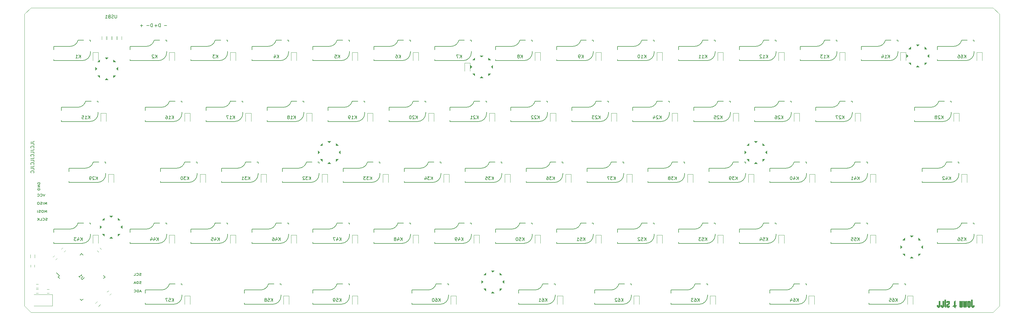
<source format=gbr>
%TF.GenerationSoftware,KiCad,Pcbnew,(5.1.4)-1*%
%TF.CreationDate,2020-07-12T16:14:56+02:00*%
%TF.ProjectId,zedekiel,7a656465-6b69-4656-9c2e-6b696361645f,rev?*%
%TF.SameCoordinates,Original*%
%TF.FileFunction,Legend,Bot*%
%TF.FilePolarity,Positive*%
%FSLAX46Y46*%
G04 Gerber Fmt 4.6, Leading zero omitted, Abs format (unit mm)*
G04 Created by KiCad (PCBNEW (5.1.4)-1) date 2020-07-12 16:14:56*
%MOMM*%
%LPD*%
G04 APERTURE LIST*
%ADD10C,0.150000*%
%ADD11C,0.050000*%
%ADD12C,0.100000*%
%ADD13C,0.120000*%
%ADD14C,0.010000*%
G04 APERTURE END LIST*
D10*
X22377380Y-62305952D02*
X23091666Y-62305952D01*
X23234523Y-62258333D01*
X23329761Y-62163095D01*
X23377380Y-62020238D01*
X23377380Y-61925000D01*
X23377380Y-63258333D02*
X23377380Y-62782142D01*
X22377380Y-62782142D01*
X23282142Y-64163095D02*
X23329761Y-64115476D01*
X23377380Y-63972619D01*
X23377380Y-63877380D01*
X23329761Y-63734523D01*
X23234523Y-63639285D01*
X23139285Y-63591666D01*
X22948809Y-63544047D01*
X22805952Y-63544047D01*
X22615476Y-63591666D01*
X22520238Y-63639285D01*
X22425000Y-63734523D01*
X22377380Y-63877380D01*
X22377380Y-63972619D01*
X22425000Y-64115476D01*
X22472619Y-64163095D01*
X22377380Y-64877380D02*
X23091666Y-64877380D01*
X23234523Y-64829761D01*
X23329761Y-64734523D01*
X23377380Y-64591666D01*
X23377380Y-64496428D01*
X23377380Y-65829761D02*
X23377380Y-65353571D01*
X22377380Y-65353571D01*
X23282142Y-66734523D02*
X23329761Y-66686904D01*
X23377380Y-66544047D01*
X23377380Y-66448809D01*
X23329761Y-66305952D01*
X23234523Y-66210714D01*
X23139285Y-66163095D01*
X22948809Y-66115476D01*
X22805952Y-66115476D01*
X22615476Y-66163095D01*
X22520238Y-66210714D01*
X22425000Y-66305952D01*
X22377380Y-66448809D01*
X22377380Y-66544047D01*
X22425000Y-66686904D01*
X22472619Y-66734523D01*
X22377380Y-67448809D02*
X23091666Y-67448809D01*
X23234523Y-67401190D01*
X23329761Y-67305952D01*
X23377380Y-67163095D01*
X23377380Y-67067857D01*
X23377380Y-68401190D02*
X23377380Y-67925000D01*
X22377380Y-67925000D01*
X23282142Y-69305952D02*
X23329761Y-69258333D01*
X23377380Y-69115476D01*
X23377380Y-69020238D01*
X23329761Y-68877380D01*
X23234523Y-68782142D01*
X23139285Y-68734523D01*
X22948809Y-68686904D01*
X22805952Y-68686904D01*
X22615476Y-68734523D01*
X22520238Y-68782142D01*
X22425000Y-68877380D01*
X22377380Y-69020238D01*
X22377380Y-69115476D01*
X22425000Y-69258333D01*
X22472619Y-69305952D01*
X22377380Y-70020238D02*
X23091666Y-70020238D01*
X23234523Y-69972619D01*
X23329761Y-69877380D01*
X23377380Y-69734523D01*
X23377380Y-69639285D01*
X23377380Y-70972619D02*
X23377380Y-70496428D01*
X22377380Y-70496428D01*
X23282142Y-71877380D02*
X23329761Y-71829761D01*
X23377380Y-71686904D01*
X23377380Y-71591666D01*
X23329761Y-71448809D01*
X23234523Y-71353571D01*
X23139285Y-71305952D01*
X22948809Y-71258333D01*
X22805952Y-71258333D01*
X22615476Y-71305952D01*
X22520238Y-71353571D01*
X22425000Y-71448809D01*
X22377380Y-71591666D01*
X22377380Y-71686904D01*
X22425000Y-71829761D01*
X22472619Y-71877380D01*
X56797500Y-108916666D02*
X56368928Y-108916666D01*
X56883214Y-109116666D02*
X56583214Y-108416666D01*
X56283214Y-109116666D01*
X55983214Y-109116666D02*
X55983214Y-108416666D01*
X55768928Y-108416666D01*
X55640357Y-108450000D01*
X55554642Y-108516666D01*
X55511785Y-108583333D01*
X55468928Y-108716666D01*
X55468928Y-108816666D01*
X55511785Y-108950000D01*
X55554642Y-109016666D01*
X55640357Y-109083333D01*
X55768928Y-109116666D01*
X55983214Y-109116666D01*
X54568928Y-109050000D02*
X54611785Y-109083333D01*
X54740357Y-109116666D01*
X54826071Y-109116666D01*
X54954642Y-109083333D01*
X55040357Y-109016666D01*
X55083214Y-108950000D01*
X55126071Y-108816666D01*
X55126071Y-108716666D01*
X55083214Y-108583333D01*
X55040357Y-108516666D01*
X54954642Y-108450000D01*
X54826071Y-108416666D01*
X54740357Y-108416666D01*
X54611785Y-108450000D01*
X54568928Y-108483333D01*
X56782857Y-106423333D02*
X56654285Y-106456666D01*
X56440000Y-106456666D01*
X56354285Y-106423333D01*
X56311428Y-106390000D01*
X56268571Y-106323333D01*
X56268571Y-106256666D01*
X56311428Y-106190000D01*
X56354285Y-106156666D01*
X56440000Y-106123333D01*
X56611428Y-106090000D01*
X56697142Y-106056666D01*
X56740000Y-106023333D01*
X56782857Y-105956666D01*
X56782857Y-105890000D01*
X56740000Y-105823333D01*
X56697142Y-105790000D01*
X56611428Y-105756666D01*
X56397142Y-105756666D01*
X56268571Y-105790000D01*
X55882857Y-106456666D02*
X55882857Y-105756666D01*
X55668571Y-105756666D01*
X55540000Y-105790000D01*
X55454285Y-105856666D01*
X55411428Y-105923333D01*
X55368571Y-106056666D01*
X55368571Y-106156666D01*
X55411428Y-106290000D01*
X55454285Y-106356666D01*
X55540000Y-106423333D01*
X55668571Y-106456666D01*
X55882857Y-106456666D01*
X55025714Y-106256666D02*
X54597142Y-106256666D01*
X55111428Y-106456666D02*
X54811428Y-105756666D01*
X54511428Y-106456666D01*
X56771428Y-103883333D02*
X56642857Y-103916666D01*
X56428571Y-103916666D01*
X56342857Y-103883333D01*
X56300000Y-103850000D01*
X56257142Y-103783333D01*
X56257142Y-103716666D01*
X56300000Y-103650000D01*
X56342857Y-103616666D01*
X56428571Y-103583333D01*
X56600000Y-103550000D01*
X56685714Y-103516666D01*
X56728571Y-103483333D01*
X56771428Y-103416666D01*
X56771428Y-103350000D01*
X56728571Y-103283333D01*
X56685714Y-103250000D01*
X56600000Y-103216666D01*
X56385714Y-103216666D01*
X56257142Y-103250000D01*
X55357142Y-103850000D02*
X55400000Y-103883333D01*
X55528571Y-103916666D01*
X55614285Y-103916666D01*
X55742857Y-103883333D01*
X55828571Y-103816666D01*
X55871428Y-103750000D01*
X55914285Y-103616666D01*
X55914285Y-103516666D01*
X55871428Y-103383333D01*
X55828571Y-103316666D01*
X55742857Y-103250000D01*
X55614285Y-103216666D01*
X55528571Y-103216666D01*
X55400000Y-103250000D01*
X55357142Y-103283333D01*
X54542857Y-103916666D02*
X54971428Y-103916666D01*
X54971428Y-103216666D01*
X27521428Y-86683333D02*
X27392857Y-86716666D01*
X27178571Y-86716666D01*
X27092857Y-86683333D01*
X27050000Y-86650000D01*
X27007142Y-86583333D01*
X27007142Y-86516666D01*
X27050000Y-86450000D01*
X27092857Y-86416666D01*
X27178571Y-86383333D01*
X27350000Y-86350000D01*
X27435714Y-86316666D01*
X27478571Y-86283333D01*
X27521428Y-86216666D01*
X27521428Y-86150000D01*
X27478571Y-86083333D01*
X27435714Y-86050000D01*
X27350000Y-86016666D01*
X27135714Y-86016666D01*
X27007142Y-86050000D01*
X26107142Y-86650000D02*
X26150000Y-86683333D01*
X26278571Y-86716666D01*
X26364285Y-86716666D01*
X26492857Y-86683333D01*
X26578571Y-86616666D01*
X26621428Y-86550000D01*
X26664285Y-86416666D01*
X26664285Y-86316666D01*
X26621428Y-86183333D01*
X26578571Y-86116666D01*
X26492857Y-86050000D01*
X26364285Y-86016666D01*
X26278571Y-86016666D01*
X26150000Y-86050000D01*
X26107142Y-86083333D01*
X25292857Y-86716666D02*
X25721428Y-86716666D01*
X25721428Y-86016666D01*
X24992857Y-86716666D02*
X24992857Y-86016666D01*
X24478571Y-86716666D02*
X24864285Y-86316666D01*
X24478571Y-86016666D02*
X24992857Y-86416666D01*
X27314285Y-84256666D02*
X27314285Y-83556666D01*
X27014285Y-84056666D01*
X26714285Y-83556666D01*
X26714285Y-84256666D01*
X26114285Y-83556666D02*
X25942857Y-83556666D01*
X25857142Y-83590000D01*
X25771428Y-83656666D01*
X25728571Y-83790000D01*
X25728571Y-84023333D01*
X25771428Y-84156666D01*
X25857142Y-84223333D01*
X25942857Y-84256666D01*
X26114285Y-84256666D01*
X26200000Y-84223333D01*
X26285714Y-84156666D01*
X26328571Y-84023333D01*
X26328571Y-83790000D01*
X26285714Y-83656666D01*
X26200000Y-83590000D01*
X26114285Y-83556666D01*
X25385714Y-84223333D02*
X25257142Y-84256666D01*
X25042857Y-84256666D01*
X24957142Y-84223333D01*
X24914285Y-84190000D01*
X24871428Y-84123333D01*
X24871428Y-84056666D01*
X24914285Y-83990000D01*
X24957142Y-83956666D01*
X25042857Y-83923333D01*
X25214285Y-83890000D01*
X25300000Y-83856666D01*
X25342857Y-83823333D01*
X25385714Y-83756666D01*
X25385714Y-83690000D01*
X25342857Y-83623333D01*
X25300000Y-83590000D01*
X25214285Y-83556666D01*
X25000000Y-83556666D01*
X24871428Y-83590000D01*
X24485714Y-84256666D02*
X24485714Y-83556666D01*
X27314285Y-81756666D02*
X27314285Y-81056666D01*
X27014285Y-81556666D01*
X26714285Y-81056666D01*
X26714285Y-81756666D01*
X26285714Y-81756666D02*
X26285714Y-81056666D01*
X25900000Y-81723333D02*
X25771428Y-81756666D01*
X25557142Y-81756666D01*
X25471428Y-81723333D01*
X25428571Y-81690000D01*
X25385714Y-81623333D01*
X25385714Y-81556666D01*
X25428571Y-81490000D01*
X25471428Y-81456666D01*
X25557142Y-81423333D01*
X25728571Y-81390000D01*
X25814285Y-81356666D01*
X25857142Y-81323333D01*
X25900000Y-81256666D01*
X25900000Y-81190000D01*
X25857142Y-81123333D01*
X25814285Y-81090000D01*
X25728571Y-81056666D01*
X25514285Y-81056666D01*
X25385714Y-81090000D01*
X24828571Y-81056666D02*
X24657142Y-81056666D01*
X24571428Y-81090000D01*
X24485714Y-81156666D01*
X24442857Y-81290000D01*
X24442857Y-81523333D01*
X24485714Y-81656666D01*
X24571428Y-81723333D01*
X24657142Y-81756666D01*
X24828571Y-81756666D01*
X24914285Y-81723333D01*
X25000000Y-81656666D01*
X25042857Y-81523333D01*
X25042857Y-81290000D01*
X25000000Y-81156666D01*
X24914285Y-81090000D01*
X24828571Y-81056666D01*
X26800000Y-78516666D02*
X26500000Y-79216666D01*
X26200000Y-78516666D01*
X25385714Y-79150000D02*
X25428571Y-79183333D01*
X25557142Y-79216666D01*
X25642857Y-79216666D01*
X25771428Y-79183333D01*
X25857142Y-79116666D01*
X25900000Y-79050000D01*
X25942857Y-78916666D01*
X25942857Y-78816666D01*
X25900000Y-78683333D01*
X25857142Y-78616666D01*
X25771428Y-78550000D01*
X25642857Y-78516666D01*
X25557142Y-78516666D01*
X25428571Y-78550000D01*
X25385714Y-78583333D01*
X24485714Y-79150000D02*
X24528571Y-79183333D01*
X24657142Y-79216666D01*
X24742857Y-79216666D01*
X24871428Y-79183333D01*
X24957142Y-79116666D01*
X25000000Y-79050000D01*
X25042857Y-78916666D01*
X25042857Y-78816666D01*
X25000000Y-78683333D01*
X24957142Y-78616666D01*
X24871428Y-78550000D01*
X24742857Y-78516666D01*
X24657142Y-78516666D01*
X24528571Y-78550000D01*
X24485714Y-78583333D01*
X24550000Y-75414285D02*
X24516666Y-75328571D01*
X24516666Y-75200000D01*
X24550000Y-75071428D01*
X24616666Y-74985714D01*
X24683333Y-74942857D01*
X24816666Y-74900000D01*
X24916666Y-74900000D01*
X25050000Y-74942857D01*
X25116666Y-74985714D01*
X25183333Y-75071428D01*
X25216666Y-75200000D01*
X25216666Y-75285714D01*
X25183333Y-75414285D01*
X25150000Y-75457142D01*
X24916666Y-75457142D01*
X24916666Y-75285714D01*
X25216666Y-75842857D02*
X24516666Y-75842857D01*
X25216666Y-76357142D01*
X24516666Y-76357142D01*
X25216666Y-76785714D02*
X24516666Y-76785714D01*
X24516666Y-77000000D01*
X24550000Y-77128571D01*
X24616666Y-77214285D01*
X24683333Y-77257142D01*
X24816666Y-77300000D01*
X24916666Y-77300000D01*
X25050000Y-77257142D01*
X25116666Y-77214285D01*
X25183333Y-77128571D01*
X25216666Y-77000000D01*
X25216666Y-76785714D01*
D11*
X20400000Y-113400000D02*
X20400000Y-22400000D01*
X22400000Y-115400000D02*
X20400000Y-113400000D01*
X322400000Y-115400000D02*
X22400000Y-115400000D01*
X324400000Y-113400000D02*
X322400000Y-115400000D01*
X324400000Y-22400000D02*
X324400000Y-113400000D01*
X322400000Y-20400000D02*
X324400000Y-22400000D01*
X22400000Y-20400000D02*
X322400000Y-20400000D01*
X20400000Y-22400000D02*
X22400000Y-20400000D01*
D10*
X64780952Y-25971428D02*
X64019047Y-25971428D01*
X62780952Y-26352380D02*
X62780952Y-25352380D01*
X62542857Y-25352380D01*
X62400000Y-25400000D01*
X62304761Y-25495238D01*
X62257142Y-25590476D01*
X62209523Y-25780952D01*
X62209523Y-25923809D01*
X62257142Y-26114285D01*
X62304761Y-26209523D01*
X62400000Y-26304761D01*
X62542857Y-26352380D01*
X62780952Y-26352380D01*
X61780952Y-25971428D02*
X61019047Y-25971428D01*
X61400000Y-26352380D02*
X61400000Y-25590476D01*
X60280952Y-26352380D02*
X60280952Y-25352380D01*
X60042857Y-25352380D01*
X59900000Y-25400000D01*
X59804761Y-25495238D01*
X59757142Y-25590476D01*
X59709523Y-25780952D01*
X59709523Y-25923809D01*
X59757142Y-26114285D01*
X59804761Y-26209523D01*
X59900000Y-26304761D01*
X60042857Y-26352380D01*
X60280952Y-26352380D01*
X59280952Y-25971428D02*
X58519047Y-25971428D01*
X57280952Y-25971428D02*
X56519047Y-25971428D01*
X56900000Y-26352380D02*
X56900000Y-25590476D01*
%TO.C,K66*%
X316500000Y-30916000D02*
X316500000Y-30535000D01*
X305070000Y-33456000D02*
X305070000Y-32440000D01*
X305070000Y-32440000D02*
X310150000Y-32440000D01*
X312614162Y-30535000D02*
X314341000Y-30535000D01*
X316119000Y-30535000D02*
X316500000Y-30535000D01*
X316500000Y-34345000D02*
X316500000Y-33964000D01*
X313960000Y-36885000D02*
X305070000Y-36885000D01*
X305070000Y-36885000D02*
X305070000Y-36504000D01*
X312614162Y-30516040D02*
G75*
G02X310150000Y-32440000I-2464162J616040D01*
G01*
X316500000Y-34345000D02*
G75*
G02X313960000Y-36885000I-2540000J0D01*
G01*
%TO.C,K28*%
X309375000Y-49916000D02*
X309375000Y-49535000D01*
X297945000Y-52456000D02*
X297945000Y-51440000D01*
X297945000Y-51440000D02*
X303025000Y-51440000D01*
X305489162Y-49535000D02*
X307216000Y-49535000D01*
X308994000Y-49535000D02*
X309375000Y-49535000D01*
X309375000Y-53345000D02*
X309375000Y-52964000D01*
X306835000Y-55885000D02*
X297945000Y-55885000D01*
X297945000Y-55885000D02*
X297945000Y-55504000D01*
X305489162Y-49516040D02*
G75*
G02X303025000Y-51440000I-2464162J616040D01*
G01*
X309375000Y-53345000D02*
G75*
G02X306835000Y-55885000I-2540000J0D01*
G01*
%TO.C,K42*%
X311750000Y-68916000D02*
X311750000Y-68535000D01*
X300320000Y-71456000D02*
X300320000Y-70440000D01*
X300320000Y-70440000D02*
X305400000Y-70440000D01*
X307864162Y-68535000D02*
X309591000Y-68535000D01*
X311369000Y-68535000D02*
X311750000Y-68535000D01*
X311750000Y-72345000D02*
X311750000Y-71964000D01*
X309210000Y-74885000D02*
X300320000Y-74885000D01*
X300320000Y-74885000D02*
X300320000Y-74504000D01*
X307864162Y-68516040D02*
G75*
G02X305400000Y-70440000I-2464162J616040D01*
G01*
X311750000Y-72345000D02*
G75*
G02X309210000Y-74885000I-2540000J0D01*
G01*
%TO.C,K56*%
X316500000Y-87916000D02*
X316500000Y-87535000D01*
X305070000Y-90456000D02*
X305070000Y-89440000D01*
X305070000Y-89440000D02*
X310150000Y-89440000D01*
X312614162Y-87535000D02*
X314341000Y-87535000D01*
X316119000Y-87535000D02*
X316500000Y-87535000D01*
X316500000Y-91345000D02*
X316500000Y-90964000D01*
X313960000Y-93885000D02*
X305070000Y-93885000D01*
X305070000Y-93885000D02*
X305070000Y-93504000D01*
X312614162Y-87516040D02*
G75*
G02X310150000Y-89440000I-2464162J616040D01*
G01*
X316500000Y-91345000D02*
G75*
G02X313960000Y-93885000I-2540000J0D01*
G01*
%TO.C,K55*%
X283250000Y-87916000D02*
X283250000Y-87535000D01*
X271820000Y-90456000D02*
X271820000Y-89440000D01*
X271820000Y-89440000D02*
X276900000Y-89440000D01*
X279364162Y-87535000D02*
X281091000Y-87535000D01*
X282869000Y-87535000D02*
X283250000Y-87535000D01*
X283250000Y-91345000D02*
X283250000Y-90964000D01*
X280710000Y-93885000D02*
X271820000Y-93885000D01*
X271820000Y-93885000D02*
X271820000Y-93504000D01*
X279364162Y-87516040D02*
G75*
G02X276900000Y-89440000I-2464162J616040D01*
G01*
X283250000Y-91345000D02*
G75*
G02X280710000Y-93885000I-2540000J0D01*
G01*
%TO.C,K65*%
X295125000Y-106916000D02*
X295125000Y-106535000D01*
X283695000Y-109456000D02*
X283695000Y-108440000D01*
X283695000Y-108440000D02*
X288775000Y-108440000D01*
X291239162Y-106535000D02*
X292966000Y-106535000D01*
X294744000Y-106535000D02*
X295125000Y-106535000D01*
X295125000Y-110345000D02*
X295125000Y-109964000D01*
X292585000Y-112885000D02*
X283695000Y-112885000D01*
X283695000Y-112885000D02*
X283695000Y-112504000D01*
X295125000Y-110345000D02*
G75*
G02X292585000Y-112885000I-2540000J0D01*
G01*
X291239162Y-106516040D02*
G75*
G02X288775000Y-108440000I-2464162J616040D01*
G01*
%TO.C,K64*%
X264250000Y-106916000D02*
X264250000Y-106535000D01*
X252820000Y-109456000D02*
X252820000Y-108440000D01*
X252820000Y-108440000D02*
X257900000Y-108440000D01*
X260364162Y-106535000D02*
X262091000Y-106535000D01*
X263869000Y-106535000D02*
X264250000Y-106535000D01*
X264250000Y-110345000D02*
X264250000Y-109964000D01*
X261710000Y-112885000D02*
X252820000Y-112885000D01*
X252820000Y-112885000D02*
X252820000Y-112504000D01*
X260364162Y-106516040D02*
G75*
G02X257900000Y-108440000I-2464162J616040D01*
G01*
X264250000Y-110345000D02*
G75*
G02X261710000Y-112885000I-2540000J0D01*
G01*
%TO.C,K63*%
X233375000Y-106916000D02*
X233375000Y-106535000D01*
X221945000Y-109456000D02*
X221945000Y-108440000D01*
X221945000Y-108440000D02*
X227025000Y-108440000D01*
X229489162Y-106535000D02*
X231216000Y-106535000D01*
X232994000Y-106535000D02*
X233375000Y-106535000D01*
X233375000Y-110345000D02*
X233375000Y-109964000D01*
X230835000Y-112885000D02*
X221945000Y-112885000D01*
X221945000Y-112885000D02*
X221945000Y-112504000D01*
X233375000Y-110345000D02*
G75*
G02X230835000Y-112885000I-2540000J0D01*
G01*
X229489162Y-106516040D02*
G75*
G02X227025000Y-108440000I-2464162J616040D01*
G01*
%TO.C,K62*%
X209625000Y-106916000D02*
X209625000Y-106535000D01*
X198195000Y-109456000D02*
X198195000Y-108440000D01*
X198195000Y-108440000D02*
X203275000Y-108440000D01*
X205739162Y-106535000D02*
X207466000Y-106535000D01*
X209244000Y-106535000D02*
X209625000Y-106535000D01*
X209625000Y-110345000D02*
X209625000Y-109964000D01*
X207085000Y-112885000D02*
X198195000Y-112885000D01*
X198195000Y-112885000D02*
X198195000Y-112504000D01*
X209625000Y-110345000D02*
G75*
G02X207085000Y-112885000I-2540000J0D01*
G01*
X205739162Y-106516040D02*
G75*
G02X203275000Y-108440000I-2464162J616040D01*
G01*
%TO.C,K61*%
X185875000Y-106916000D02*
X185875000Y-106535000D01*
X174445000Y-109456000D02*
X174445000Y-108440000D01*
X174445000Y-108440000D02*
X179525000Y-108440000D01*
X181989162Y-106535000D02*
X183716000Y-106535000D01*
X185494000Y-106535000D02*
X185875000Y-106535000D01*
X185875000Y-110345000D02*
X185875000Y-109964000D01*
X183335000Y-112885000D02*
X174445000Y-112885000D01*
X174445000Y-112885000D02*
X174445000Y-112504000D01*
X185875000Y-110345000D02*
G75*
G02X183335000Y-112885000I-2540000J0D01*
G01*
X181989162Y-106516040D02*
G75*
G02X179525000Y-108440000I-2464162J616040D01*
G01*
%TO.C,K60*%
X152625000Y-106916000D02*
X152625000Y-106535000D01*
X141195000Y-109456000D02*
X141195000Y-108440000D01*
X141195000Y-108440000D02*
X146275000Y-108440000D01*
X148739162Y-106535000D02*
X150466000Y-106535000D01*
X152244000Y-106535000D02*
X152625000Y-106535000D01*
X152625000Y-110345000D02*
X152625000Y-109964000D01*
X150085000Y-112885000D02*
X141195000Y-112885000D01*
X141195000Y-112885000D02*
X141195000Y-112504000D01*
X148739162Y-106516040D02*
G75*
G02X146275000Y-108440000I-2464162J616040D01*
G01*
X152625000Y-110345000D02*
G75*
G02X150085000Y-112885000I-2540000J0D01*
G01*
%TO.C,K58*%
X100375000Y-106916000D02*
X100375000Y-106535000D01*
X88945000Y-109456000D02*
X88945000Y-108440000D01*
X88945000Y-108440000D02*
X94025000Y-108440000D01*
X96489162Y-106535000D02*
X98216000Y-106535000D01*
X99994000Y-106535000D02*
X100375000Y-106535000D01*
X100375000Y-110345000D02*
X100375000Y-109964000D01*
X97835000Y-112885000D02*
X88945000Y-112885000D01*
X88945000Y-112885000D02*
X88945000Y-112504000D01*
X100375000Y-110345000D02*
G75*
G02X97835000Y-112885000I-2540000J0D01*
G01*
X96489162Y-106516040D02*
G75*
G02X94025000Y-108440000I-2464162J616040D01*
G01*
%TO.C,K57*%
X69500000Y-106916000D02*
X69500000Y-106535000D01*
X58070000Y-109456000D02*
X58070000Y-108440000D01*
X58070000Y-108440000D02*
X63150000Y-108440000D01*
X65614162Y-106535000D02*
X67341000Y-106535000D01*
X69119000Y-106535000D02*
X69500000Y-106535000D01*
X69500000Y-110345000D02*
X69500000Y-109964000D01*
X66960000Y-112885000D02*
X58070000Y-112885000D01*
X58070000Y-112885000D02*
X58070000Y-112504000D01*
X65614162Y-106516040D02*
G75*
G02X63150000Y-108440000I-2464162J616040D01*
G01*
X69500000Y-110345000D02*
G75*
G02X66960000Y-112885000I-2540000J0D01*
G01*
%TO.C,K43*%
X41000000Y-87916000D02*
X41000000Y-87535000D01*
X29570000Y-90456000D02*
X29570000Y-89440000D01*
X29570000Y-89440000D02*
X34650000Y-89440000D01*
X37114162Y-87535000D02*
X38841000Y-87535000D01*
X40619000Y-87535000D02*
X41000000Y-87535000D01*
X41000000Y-91345000D02*
X41000000Y-90964000D01*
X38460000Y-93885000D02*
X29570000Y-93885000D01*
X29570000Y-93885000D02*
X29570000Y-93504000D01*
X37114162Y-87516040D02*
G75*
G02X34650000Y-89440000I-2464162J616040D01*
G01*
X41000000Y-91345000D02*
G75*
G02X38460000Y-93885000I-2540000J0D01*
G01*
%TO.C,K29*%
X45750000Y-68916000D02*
X45750000Y-68535000D01*
X34320000Y-71456000D02*
X34320000Y-70440000D01*
X34320000Y-70440000D02*
X39400000Y-70440000D01*
X41864162Y-68535000D02*
X43591000Y-68535000D01*
X45369000Y-68535000D02*
X45750000Y-68535000D01*
X45750000Y-72345000D02*
X45750000Y-71964000D01*
X43210000Y-74885000D02*
X34320000Y-74885000D01*
X34320000Y-74885000D02*
X34320000Y-74504000D01*
X41864162Y-68516040D02*
G75*
G02X39400000Y-70440000I-2464162J616040D01*
G01*
X45750000Y-72345000D02*
G75*
G02X43210000Y-74885000I-2540000J0D01*
G01*
%TO.C,K15*%
X43375000Y-49916000D02*
X43375000Y-49535000D01*
X31945000Y-52456000D02*
X31945000Y-51440000D01*
X31945000Y-51440000D02*
X37025000Y-51440000D01*
X39489162Y-49535000D02*
X41216000Y-49535000D01*
X42994000Y-49535000D02*
X43375000Y-49535000D01*
X43375000Y-53345000D02*
X43375000Y-52964000D01*
X40835000Y-55885000D02*
X31945000Y-55885000D01*
X31945000Y-55885000D02*
X31945000Y-55504000D01*
X39489162Y-49516040D02*
G75*
G02X37025000Y-51440000I-2464162J616040D01*
G01*
X43375000Y-53345000D02*
G75*
G02X40835000Y-55885000I-2540000J0D01*
G01*
%TO.C,K1*%
X41000000Y-30916000D02*
X41000000Y-30535000D01*
X29570000Y-33456000D02*
X29570000Y-32440000D01*
X29570000Y-32440000D02*
X34650000Y-32440000D01*
X37114162Y-30535000D02*
X38841000Y-30535000D01*
X40619000Y-30535000D02*
X41000000Y-30535000D01*
X41000000Y-34345000D02*
X41000000Y-33964000D01*
X38460000Y-36885000D02*
X29570000Y-36885000D01*
X29570000Y-36885000D02*
X29570000Y-36504000D01*
X37114162Y-30516040D02*
G75*
G02X34650000Y-32440000I-2464162J616040D01*
G01*
X41000000Y-34345000D02*
G75*
G02X38460000Y-36885000I-2540000J0D01*
G01*
%TO.C,K40*%
X264250000Y-68916000D02*
X264250000Y-68535000D01*
X252820000Y-71456000D02*
X252820000Y-70440000D01*
X252820000Y-70440000D02*
X257900000Y-70440000D01*
X260364162Y-68535000D02*
X262091000Y-68535000D01*
X263869000Y-68535000D02*
X264250000Y-68535000D01*
X264250000Y-72345000D02*
X264250000Y-71964000D01*
X261710000Y-74885000D02*
X252820000Y-74885000D01*
X252820000Y-74885000D02*
X252820000Y-74504000D01*
X264250000Y-72345000D02*
G75*
G02X261710000Y-74885000I-2540000J0D01*
G01*
X260364162Y-68516040D02*
G75*
G02X257900000Y-70440000I-2464162J616040D01*
G01*
%TO.C,K47*%
X121750000Y-87916000D02*
X121750000Y-87535000D01*
X110320000Y-90456000D02*
X110320000Y-89440000D01*
X110320000Y-89440000D02*
X115400000Y-89440000D01*
X117864162Y-87535000D02*
X119591000Y-87535000D01*
X121369000Y-87535000D02*
X121750000Y-87535000D01*
X121750000Y-91345000D02*
X121750000Y-90964000D01*
X119210000Y-93885000D02*
X110320000Y-93885000D01*
X110320000Y-93885000D02*
X110320000Y-93504000D01*
X121750000Y-91345000D02*
G75*
G02X119210000Y-93885000I-2540000J0D01*
G01*
X117864162Y-87516040D02*
G75*
G02X115400000Y-89440000I-2464162J616040D01*
G01*
%TO.C,K37*%
X207250000Y-68916000D02*
X207250000Y-68535000D01*
X195820000Y-71456000D02*
X195820000Y-70440000D01*
X195820000Y-70440000D02*
X200900000Y-70440000D01*
X203364162Y-68535000D02*
X205091000Y-68535000D01*
X206869000Y-68535000D02*
X207250000Y-68535000D01*
X207250000Y-72345000D02*
X207250000Y-71964000D01*
X204710000Y-74885000D02*
X195820000Y-74885000D01*
X195820000Y-74885000D02*
X195820000Y-74504000D01*
X207250000Y-72345000D02*
G75*
G02X204710000Y-74885000I-2540000J0D01*
G01*
X203364162Y-68516040D02*
G75*
G02X200900000Y-70440000I-2464162J616040D01*
G01*
%TO.C,K34*%
X150250000Y-68916000D02*
X150250000Y-68535000D01*
X138820000Y-71456000D02*
X138820000Y-70440000D01*
X138820000Y-70440000D02*
X143900000Y-70440000D01*
X146364162Y-68535000D02*
X148091000Y-68535000D01*
X149869000Y-68535000D02*
X150250000Y-68535000D01*
X150250000Y-72345000D02*
X150250000Y-71964000D01*
X147710000Y-74885000D02*
X138820000Y-74885000D01*
X138820000Y-74885000D02*
X138820000Y-74504000D01*
X150250000Y-72345000D02*
G75*
G02X147710000Y-74885000I-2540000J0D01*
G01*
X146364162Y-68516040D02*
G75*
G02X143900000Y-70440000I-2464162J616040D01*
G01*
%TO.C,K32*%
X112250000Y-68916000D02*
X112250000Y-68535000D01*
X100820000Y-71456000D02*
X100820000Y-70440000D01*
X100820000Y-70440000D02*
X105900000Y-70440000D01*
X108364162Y-68535000D02*
X110091000Y-68535000D01*
X111869000Y-68535000D02*
X112250000Y-68535000D01*
X112250000Y-72345000D02*
X112250000Y-71964000D01*
X109710000Y-74885000D02*
X100820000Y-74885000D01*
X100820000Y-74885000D02*
X100820000Y-74504000D01*
X112250000Y-72345000D02*
G75*
G02X109710000Y-74885000I-2540000J0D01*
G01*
X108364162Y-68516040D02*
G75*
G02X105900000Y-70440000I-2464162J616040D01*
G01*
%TO.C,K31*%
X93250000Y-68916000D02*
X93250000Y-68535000D01*
X81820000Y-71456000D02*
X81820000Y-70440000D01*
X81820000Y-70440000D02*
X86900000Y-70440000D01*
X89364162Y-68535000D02*
X91091000Y-68535000D01*
X92869000Y-68535000D02*
X93250000Y-68535000D01*
X93250000Y-72345000D02*
X93250000Y-71964000D01*
X90710000Y-74885000D02*
X81820000Y-74885000D01*
X81820000Y-74885000D02*
X81820000Y-74504000D01*
X93250000Y-72345000D02*
G75*
G02X90710000Y-74885000I-2540000J0D01*
G01*
X89364162Y-68516040D02*
G75*
G02X86900000Y-70440000I-2464162J616040D01*
G01*
%TO.C,K59*%
X121750000Y-106916000D02*
X121750000Y-106535000D01*
X110320000Y-109456000D02*
X110320000Y-108440000D01*
X110320000Y-108440000D02*
X115400000Y-108440000D01*
X117864162Y-106535000D02*
X119591000Y-106535000D01*
X121369000Y-106535000D02*
X121750000Y-106535000D01*
X121750000Y-110345000D02*
X121750000Y-109964000D01*
X119210000Y-112885000D02*
X110320000Y-112885000D01*
X110320000Y-112885000D02*
X110320000Y-112504000D01*
X121750000Y-110345000D02*
G75*
G02X119210000Y-112885000I-2540000J0D01*
G01*
X117864162Y-106516040D02*
G75*
G02X115400000Y-108440000I-2464162J616040D01*
G01*
%TO.C,K54*%
X254750000Y-87916000D02*
X254750000Y-87535000D01*
X243320000Y-90456000D02*
X243320000Y-89440000D01*
X243320000Y-89440000D02*
X248400000Y-89440000D01*
X250864162Y-87535000D02*
X252591000Y-87535000D01*
X254369000Y-87535000D02*
X254750000Y-87535000D01*
X254750000Y-91345000D02*
X254750000Y-90964000D01*
X252210000Y-93885000D02*
X243320000Y-93885000D01*
X243320000Y-93885000D02*
X243320000Y-93504000D01*
X254750000Y-91345000D02*
G75*
G02X252210000Y-93885000I-2540000J0D01*
G01*
X250864162Y-87516040D02*
G75*
G02X248400000Y-89440000I-2464162J616040D01*
G01*
%TO.C,K53*%
X235750000Y-87916000D02*
X235750000Y-87535000D01*
X224320000Y-90456000D02*
X224320000Y-89440000D01*
X224320000Y-89440000D02*
X229400000Y-89440000D01*
X231864162Y-87535000D02*
X233591000Y-87535000D01*
X235369000Y-87535000D02*
X235750000Y-87535000D01*
X235750000Y-91345000D02*
X235750000Y-90964000D01*
X233210000Y-93885000D02*
X224320000Y-93885000D01*
X224320000Y-93885000D02*
X224320000Y-93504000D01*
X235750000Y-91345000D02*
G75*
G02X233210000Y-93885000I-2540000J0D01*
G01*
X231864162Y-87516040D02*
G75*
G02X229400000Y-89440000I-2464162J616040D01*
G01*
%TO.C,K52*%
X216750000Y-87916000D02*
X216750000Y-87535000D01*
X205320000Y-90456000D02*
X205320000Y-89440000D01*
X205320000Y-89440000D02*
X210400000Y-89440000D01*
X212864162Y-87535000D02*
X214591000Y-87535000D01*
X216369000Y-87535000D02*
X216750000Y-87535000D01*
X216750000Y-91345000D02*
X216750000Y-90964000D01*
X214210000Y-93885000D02*
X205320000Y-93885000D01*
X205320000Y-93885000D02*
X205320000Y-93504000D01*
X216750000Y-91345000D02*
G75*
G02X214210000Y-93885000I-2540000J0D01*
G01*
X212864162Y-87516040D02*
G75*
G02X210400000Y-89440000I-2464162J616040D01*
G01*
%TO.C,K51*%
X197750000Y-87916000D02*
X197750000Y-87535000D01*
X186320000Y-90456000D02*
X186320000Y-89440000D01*
X186320000Y-89440000D02*
X191400000Y-89440000D01*
X193864162Y-87535000D02*
X195591000Y-87535000D01*
X197369000Y-87535000D02*
X197750000Y-87535000D01*
X197750000Y-91345000D02*
X197750000Y-90964000D01*
X195210000Y-93885000D02*
X186320000Y-93885000D01*
X186320000Y-93885000D02*
X186320000Y-93504000D01*
X197750000Y-91345000D02*
G75*
G02X195210000Y-93885000I-2540000J0D01*
G01*
X193864162Y-87516040D02*
G75*
G02X191400000Y-89440000I-2464162J616040D01*
G01*
%TO.C,K50*%
X178750000Y-87916000D02*
X178750000Y-87535000D01*
X167320000Y-90456000D02*
X167320000Y-89440000D01*
X167320000Y-89440000D02*
X172400000Y-89440000D01*
X174864162Y-87535000D02*
X176591000Y-87535000D01*
X178369000Y-87535000D02*
X178750000Y-87535000D01*
X178750000Y-91345000D02*
X178750000Y-90964000D01*
X176210000Y-93885000D02*
X167320000Y-93885000D01*
X167320000Y-93885000D02*
X167320000Y-93504000D01*
X178750000Y-91345000D02*
G75*
G02X176210000Y-93885000I-2540000J0D01*
G01*
X174864162Y-87516040D02*
G75*
G02X172400000Y-89440000I-2464162J616040D01*
G01*
%TO.C,K49*%
X159750000Y-87916000D02*
X159750000Y-87535000D01*
X148320000Y-90456000D02*
X148320000Y-89440000D01*
X148320000Y-89440000D02*
X153400000Y-89440000D01*
X155864162Y-87535000D02*
X157591000Y-87535000D01*
X159369000Y-87535000D02*
X159750000Y-87535000D01*
X159750000Y-91345000D02*
X159750000Y-90964000D01*
X157210000Y-93885000D02*
X148320000Y-93885000D01*
X148320000Y-93885000D02*
X148320000Y-93504000D01*
X159750000Y-91345000D02*
G75*
G02X157210000Y-93885000I-2540000J0D01*
G01*
X155864162Y-87516040D02*
G75*
G02X153400000Y-89440000I-2464162J616040D01*
G01*
%TO.C,K48*%
X140750000Y-87916000D02*
X140750000Y-87535000D01*
X129320000Y-90456000D02*
X129320000Y-89440000D01*
X129320000Y-89440000D02*
X134400000Y-89440000D01*
X136864162Y-87535000D02*
X138591000Y-87535000D01*
X140369000Y-87535000D02*
X140750000Y-87535000D01*
X140750000Y-91345000D02*
X140750000Y-90964000D01*
X138210000Y-93885000D02*
X129320000Y-93885000D01*
X129320000Y-93885000D02*
X129320000Y-93504000D01*
X140750000Y-91345000D02*
G75*
G02X138210000Y-93885000I-2540000J0D01*
G01*
X136864162Y-87516040D02*
G75*
G02X134400000Y-89440000I-2464162J616040D01*
G01*
%TO.C,K46*%
X102750000Y-87916000D02*
X102750000Y-87535000D01*
X91320000Y-90456000D02*
X91320000Y-89440000D01*
X91320000Y-89440000D02*
X96400000Y-89440000D01*
X98864162Y-87535000D02*
X100591000Y-87535000D01*
X102369000Y-87535000D02*
X102750000Y-87535000D01*
X102750000Y-91345000D02*
X102750000Y-90964000D01*
X100210000Y-93885000D02*
X91320000Y-93885000D01*
X91320000Y-93885000D02*
X91320000Y-93504000D01*
X102750000Y-91345000D02*
G75*
G02X100210000Y-93885000I-2540000J0D01*
G01*
X98864162Y-87516040D02*
G75*
G02X96400000Y-89440000I-2464162J616040D01*
G01*
%TO.C,K45*%
X83750000Y-87916000D02*
X83750000Y-87535000D01*
X72320000Y-90456000D02*
X72320000Y-89440000D01*
X72320000Y-89440000D02*
X77400000Y-89440000D01*
X79864162Y-87535000D02*
X81591000Y-87535000D01*
X83369000Y-87535000D02*
X83750000Y-87535000D01*
X83750000Y-91345000D02*
X83750000Y-90964000D01*
X81210000Y-93885000D02*
X72320000Y-93885000D01*
X72320000Y-93885000D02*
X72320000Y-93504000D01*
X83750000Y-91345000D02*
G75*
G02X81210000Y-93885000I-2540000J0D01*
G01*
X79864162Y-87516040D02*
G75*
G02X77400000Y-89440000I-2464162J616040D01*
G01*
%TO.C,K44*%
X64750000Y-87916000D02*
X64750000Y-87535000D01*
X53320000Y-90456000D02*
X53320000Y-89440000D01*
X53320000Y-89440000D02*
X58400000Y-89440000D01*
X60864162Y-87535000D02*
X62591000Y-87535000D01*
X64369000Y-87535000D02*
X64750000Y-87535000D01*
X64750000Y-91345000D02*
X64750000Y-90964000D01*
X62210000Y-93885000D02*
X53320000Y-93885000D01*
X53320000Y-93885000D02*
X53320000Y-93504000D01*
X64750000Y-91345000D02*
G75*
G02X62210000Y-93885000I-2540000J0D01*
G01*
X60864162Y-87516040D02*
G75*
G02X58400000Y-89440000I-2464162J616040D01*
G01*
%TO.C,K41*%
X283250000Y-68916000D02*
X283250000Y-68535000D01*
X271820000Y-71456000D02*
X271820000Y-70440000D01*
X271820000Y-70440000D02*
X276900000Y-70440000D01*
X279364162Y-68535000D02*
X281091000Y-68535000D01*
X282869000Y-68535000D02*
X283250000Y-68535000D01*
X283250000Y-72345000D02*
X283250000Y-71964000D01*
X280710000Y-74885000D02*
X271820000Y-74885000D01*
X271820000Y-74885000D02*
X271820000Y-74504000D01*
X283250000Y-72345000D02*
G75*
G02X280710000Y-74885000I-2540000J0D01*
G01*
X279364162Y-68516040D02*
G75*
G02X276900000Y-70440000I-2464162J616040D01*
G01*
%TO.C,K39*%
X245250000Y-68916000D02*
X245250000Y-68535000D01*
X233820000Y-71456000D02*
X233820000Y-70440000D01*
X233820000Y-70440000D02*
X238900000Y-70440000D01*
X241364162Y-68535000D02*
X243091000Y-68535000D01*
X244869000Y-68535000D02*
X245250000Y-68535000D01*
X245250000Y-72345000D02*
X245250000Y-71964000D01*
X242710000Y-74885000D02*
X233820000Y-74885000D01*
X233820000Y-74885000D02*
X233820000Y-74504000D01*
X245250000Y-72345000D02*
G75*
G02X242710000Y-74885000I-2540000J0D01*
G01*
X241364162Y-68516040D02*
G75*
G02X238900000Y-70440000I-2464162J616040D01*
G01*
%TO.C,K38*%
X226250000Y-68916000D02*
X226250000Y-68535000D01*
X214820000Y-71456000D02*
X214820000Y-70440000D01*
X214820000Y-70440000D02*
X219900000Y-70440000D01*
X222364162Y-68535000D02*
X224091000Y-68535000D01*
X225869000Y-68535000D02*
X226250000Y-68535000D01*
X226250000Y-72345000D02*
X226250000Y-71964000D01*
X223710000Y-74885000D02*
X214820000Y-74885000D01*
X214820000Y-74885000D02*
X214820000Y-74504000D01*
X226250000Y-72345000D02*
G75*
G02X223710000Y-74885000I-2540000J0D01*
G01*
X222364162Y-68516040D02*
G75*
G02X219900000Y-70440000I-2464162J616040D01*
G01*
%TO.C,K36*%
X188250000Y-68916000D02*
X188250000Y-68535000D01*
X176820000Y-71456000D02*
X176820000Y-70440000D01*
X176820000Y-70440000D02*
X181900000Y-70440000D01*
X184364162Y-68535000D02*
X186091000Y-68535000D01*
X187869000Y-68535000D02*
X188250000Y-68535000D01*
X188250000Y-72345000D02*
X188250000Y-71964000D01*
X185710000Y-74885000D02*
X176820000Y-74885000D01*
X176820000Y-74885000D02*
X176820000Y-74504000D01*
X188250000Y-72345000D02*
G75*
G02X185710000Y-74885000I-2540000J0D01*
G01*
X184364162Y-68516040D02*
G75*
G02X181900000Y-70440000I-2464162J616040D01*
G01*
%TO.C,K35*%
X169250000Y-68916000D02*
X169250000Y-68535000D01*
X157820000Y-71456000D02*
X157820000Y-70440000D01*
X157820000Y-70440000D02*
X162900000Y-70440000D01*
X165364162Y-68535000D02*
X167091000Y-68535000D01*
X168869000Y-68535000D02*
X169250000Y-68535000D01*
X169250000Y-72345000D02*
X169250000Y-71964000D01*
X166710000Y-74885000D02*
X157820000Y-74885000D01*
X157820000Y-74885000D02*
X157820000Y-74504000D01*
X169250000Y-72345000D02*
G75*
G02X166710000Y-74885000I-2540000J0D01*
G01*
X165364162Y-68516040D02*
G75*
G02X162900000Y-70440000I-2464162J616040D01*
G01*
%TO.C,K33*%
X131250000Y-68916000D02*
X131250000Y-68535000D01*
X119820000Y-71456000D02*
X119820000Y-70440000D01*
X119820000Y-70440000D02*
X124900000Y-70440000D01*
X127364162Y-68535000D02*
X129091000Y-68535000D01*
X130869000Y-68535000D02*
X131250000Y-68535000D01*
X131250000Y-72345000D02*
X131250000Y-71964000D01*
X128710000Y-74885000D02*
X119820000Y-74885000D01*
X119820000Y-74885000D02*
X119820000Y-74504000D01*
X131250000Y-72345000D02*
G75*
G02X128710000Y-74885000I-2540000J0D01*
G01*
X127364162Y-68516040D02*
G75*
G02X124900000Y-70440000I-2464162J616040D01*
G01*
%TO.C,K30*%
X74250000Y-68916000D02*
X74250000Y-68535000D01*
X62820000Y-71456000D02*
X62820000Y-70440000D01*
X62820000Y-70440000D02*
X67900000Y-70440000D01*
X70364162Y-68535000D02*
X72091000Y-68535000D01*
X73869000Y-68535000D02*
X74250000Y-68535000D01*
X74250000Y-72345000D02*
X74250000Y-71964000D01*
X71710000Y-74885000D02*
X62820000Y-74885000D01*
X62820000Y-74885000D02*
X62820000Y-74504000D01*
X74250000Y-72345000D02*
G75*
G02X71710000Y-74885000I-2540000J0D01*
G01*
X70364162Y-68516040D02*
G75*
G02X67900000Y-70440000I-2464162J616040D01*
G01*
%TO.C,K27*%
X278500000Y-49916000D02*
X278500000Y-49535000D01*
X267070000Y-52456000D02*
X267070000Y-51440000D01*
X267070000Y-51440000D02*
X272150000Y-51440000D01*
X274614162Y-49535000D02*
X276341000Y-49535000D01*
X278119000Y-49535000D02*
X278500000Y-49535000D01*
X278500000Y-53345000D02*
X278500000Y-52964000D01*
X275960000Y-55885000D02*
X267070000Y-55885000D01*
X267070000Y-55885000D02*
X267070000Y-55504000D01*
X278500000Y-53345000D02*
G75*
G02X275960000Y-55885000I-2540000J0D01*
G01*
X274614162Y-49516040D02*
G75*
G02X272150000Y-51440000I-2464162J616040D01*
G01*
%TO.C,K26*%
X259500000Y-49916000D02*
X259500000Y-49535000D01*
X248070000Y-52456000D02*
X248070000Y-51440000D01*
X248070000Y-51440000D02*
X253150000Y-51440000D01*
X255614162Y-49535000D02*
X257341000Y-49535000D01*
X259119000Y-49535000D02*
X259500000Y-49535000D01*
X259500000Y-53345000D02*
X259500000Y-52964000D01*
X256960000Y-55885000D02*
X248070000Y-55885000D01*
X248070000Y-55885000D02*
X248070000Y-55504000D01*
X259500000Y-53345000D02*
G75*
G02X256960000Y-55885000I-2540000J0D01*
G01*
X255614162Y-49516040D02*
G75*
G02X253150000Y-51440000I-2464162J616040D01*
G01*
%TO.C,K25*%
X240500000Y-49916000D02*
X240500000Y-49535000D01*
X229070000Y-52456000D02*
X229070000Y-51440000D01*
X229070000Y-51440000D02*
X234150000Y-51440000D01*
X236614162Y-49535000D02*
X238341000Y-49535000D01*
X240119000Y-49535000D02*
X240500000Y-49535000D01*
X240500000Y-53345000D02*
X240500000Y-52964000D01*
X237960000Y-55885000D02*
X229070000Y-55885000D01*
X229070000Y-55885000D02*
X229070000Y-55504000D01*
X240500000Y-53345000D02*
G75*
G02X237960000Y-55885000I-2540000J0D01*
G01*
X236614162Y-49516040D02*
G75*
G02X234150000Y-51440000I-2464162J616040D01*
G01*
%TO.C,K24*%
X221500000Y-49916000D02*
X221500000Y-49535000D01*
X210070000Y-52456000D02*
X210070000Y-51440000D01*
X210070000Y-51440000D02*
X215150000Y-51440000D01*
X217614162Y-49535000D02*
X219341000Y-49535000D01*
X221119000Y-49535000D02*
X221500000Y-49535000D01*
X221500000Y-53345000D02*
X221500000Y-52964000D01*
X218960000Y-55885000D02*
X210070000Y-55885000D01*
X210070000Y-55885000D02*
X210070000Y-55504000D01*
X221500000Y-53345000D02*
G75*
G02X218960000Y-55885000I-2540000J0D01*
G01*
X217614162Y-49516040D02*
G75*
G02X215150000Y-51440000I-2464162J616040D01*
G01*
%TO.C,K23*%
X202500000Y-49916000D02*
X202500000Y-49535000D01*
X191070000Y-52456000D02*
X191070000Y-51440000D01*
X191070000Y-51440000D02*
X196150000Y-51440000D01*
X198614162Y-49535000D02*
X200341000Y-49535000D01*
X202119000Y-49535000D02*
X202500000Y-49535000D01*
X202500000Y-53345000D02*
X202500000Y-52964000D01*
X199960000Y-55885000D02*
X191070000Y-55885000D01*
X191070000Y-55885000D02*
X191070000Y-55504000D01*
X202500000Y-53345000D02*
G75*
G02X199960000Y-55885000I-2540000J0D01*
G01*
X198614162Y-49516040D02*
G75*
G02X196150000Y-51440000I-2464162J616040D01*
G01*
%TO.C,K22*%
X183500000Y-49916000D02*
X183500000Y-49535000D01*
X172070000Y-52456000D02*
X172070000Y-51440000D01*
X172070000Y-51440000D02*
X177150000Y-51440000D01*
X179614162Y-49535000D02*
X181341000Y-49535000D01*
X183119000Y-49535000D02*
X183500000Y-49535000D01*
X183500000Y-53345000D02*
X183500000Y-52964000D01*
X180960000Y-55885000D02*
X172070000Y-55885000D01*
X172070000Y-55885000D02*
X172070000Y-55504000D01*
X183500000Y-53345000D02*
G75*
G02X180960000Y-55885000I-2540000J0D01*
G01*
X179614162Y-49516040D02*
G75*
G02X177150000Y-51440000I-2464162J616040D01*
G01*
%TO.C,K21*%
X164500000Y-49916000D02*
X164500000Y-49535000D01*
X153070000Y-52456000D02*
X153070000Y-51440000D01*
X153070000Y-51440000D02*
X158150000Y-51440000D01*
X160614162Y-49535000D02*
X162341000Y-49535000D01*
X164119000Y-49535000D02*
X164500000Y-49535000D01*
X164500000Y-53345000D02*
X164500000Y-52964000D01*
X161960000Y-55885000D02*
X153070000Y-55885000D01*
X153070000Y-55885000D02*
X153070000Y-55504000D01*
X164500000Y-53345000D02*
G75*
G02X161960000Y-55885000I-2540000J0D01*
G01*
X160614162Y-49516040D02*
G75*
G02X158150000Y-51440000I-2464162J616040D01*
G01*
%TO.C,K20*%
X145500000Y-49916000D02*
X145500000Y-49535000D01*
X134070000Y-52456000D02*
X134070000Y-51440000D01*
X134070000Y-51440000D02*
X139150000Y-51440000D01*
X141614162Y-49535000D02*
X143341000Y-49535000D01*
X145119000Y-49535000D02*
X145500000Y-49535000D01*
X145500000Y-53345000D02*
X145500000Y-52964000D01*
X142960000Y-55885000D02*
X134070000Y-55885000D01*
X134070000Y-55885000D02*
X134070000Y-55504000D01*
X145500000Y-53345000D02*
G75*
G02X142960000Y-55885000I-2540000J0D01*
G01*
X141614162Y-49516040D02*
G75*
G02X139150000Y-51440000I-2464162J616040D01*
G01*
%TO.C,K19*%
X126500000Y-49916000D02*
X126500000Y-49535000D01*
X115070000Y-52456000D02*
X115070000Y-51440000D01*
X115070000Y-51440000D02*
X120150000Y-51440000D01*
X122614162Y-49535000D02*
X124341000Y-49535000D01*
X126119000Y-49535000D02*
X126500000Y-49535000D01*
X126500000Y-53345000D02*
X126500000Y-52964000D01*
X123960000Y-55885000D02*
X115070000Y-55885000D01*
X115070000Y-55885000D02*
X115070000Y-55504000D01*
X126500000Y-53345000D02*
G75*
G02X123960000Y-55885000I-2540000J0D01*
G01*
X122614162Y-49516040D02*
G75*
G02X120150000Y-51440000I-2464162J616040D01*
G01*
%TO.C,K18*%
X107500000Y-49916000D02*
X107500000Y-49535000D01*
X96070000Y-52456000D02*
X96070000Y-51440000D01*
X96070000Y-51440000D02*
X101150000Y-51440000D01*
X103614162Y-49535000D02*
X105341000Y-49535000D01*
X107119000Y-49535000D02*
X107500000Y-49535000D01*
X107500000Y-53345000D02*
X107500000Y-52964000D01*
X104960000Y-55885000D02*
X96070000Y-55885000D01*
X96070000Y-55885000D02*
X96070000Y-55504000D01*
X107500000Y-53345000D02*
G75*
G02X104960000Y-55885000I-2540000J0D01*
G01*
X103614162Y-49516040D02*
G75*
G02X101150000Y-51440000I-2464162J616040D01*
G01*
%TO.C,K17*%
X88500000Y-49916000D02*
X88500000Y-49535000D01*
X77070000Y-52456000D02*
X77070000Y-51440000D01*
X77070000Y-51440000D02*
X82150000Y-51440000D01*
X84614162Y-49535000D02*
X86341000Y-49535000D01*
X88119000Y-49535000D02*
X88500000Y-49535000D01*
X88500000Y-53345000D02*
X88500000Y-52964000D01*
X85960000Y-55885000D02*
X77070000Y-55885000D01*
X77070000Y-55885000D02*
X77070000Y-55504000D01*
X88500000Y-53345000D02*
G75*
G02X85960000Y-55885000I-2540000J0D01*
G01*
X84614162Y-49516040D02*
G75*
G02X82150000Y-51440000I-2464162J616040D01*
G01*
%TO.C,K16*%
X69500000Y-49916000D02*
X69500000Y-49535000D01*
X58070000Y-52456000D02*
X58070000Y-51440000D01*
X58070000Y-51440000D02*
X63150000Y-51440000D01*
X65614162Y-49535000D02*
X67341000Y-49535000D01*
X69119000Y-49535000D02*
X69500000Y-49535000D01*
X69500000Y-53345000D02*
X69500000Y-52964000D01*
X66960000Y-55885000D02*
X58070000Y-55885000D01*
X58070000Y-55885000D02*
X58070000Y-55504000D01*
X69500000Y-53345000D02*
G75*
G02X66960000Y-55885000I-2540000J0D01*
G01*
X65614162Y-49516040D02*
G75*
G02X63150000Y-51440000I-2464162J616040D01*
G01*
%TO.C,K14*%
X292750000Y-30916000D02*
X292750000Y-30535000D01*
X281320000Y-33456000D02*
X281320000Y-32440000D01*
X281320000Y-32440000D02*
X286400000Y-32440000D01*
X288864162Y-30535000D02*
X290591000Y-30535000D01*
X292369000Y-30535000D02*
X292750000Y-30535000D01*
X292750000Y-34345000D02*
X292750000Y-33964000D01*
X290210000Y-36885000D02*
X281320000Y-36885000D01*
X281320000Y-36885000D02*
X281320000Y-36504000D01*
X292750000Y-34345000D02*
G75*
G02X290210000Y-36885000I-2540000J0D01*
G01*
X288864162Y-30516040D02*
G75*
G02X286400000Y-32440000I-2464162J616040D01*
G01*
%TO.C,K13*%
X273750000Y-30916000D02*
X273750000Y-30535000D01*
X262320000Y-33456000D02*
X262320000Y-32440000D01*
X262320000Y-32440000D02*
X267400000Y-32440000D01*
X269864162Y-30535000D02*
X271591000Y-30535000D01*
X273369000Y-30535000D02*
X273750000Y-30535000D01*
X273750000Y-34345000D02*
X273750000Y-33964000D01*
X271210000Y-36885000D02*
X262320000Y-36885000D01*
X262320000Y-36885000D02*
X262320000Y-36504000D01*
X273750000Y-34345000D02*
G75*
G02X271210000Y-36885000I-2540000J0D01*
G01*
X269864162Y-30516040D02*
G75*
G02X267400000Y-32440000I-2464162J616040D01*
G01*
%TO.C,K12*%
X254750000Y-30916000D02*
X254750000Y-30535000D01*
X243320000Y-33456000D02*
X243320000Y-32440000D01*
X243320000Y-32440000D02*
X248400000Y-32440000D01*
X250864162Y-30535000D02*
X252591000Y-30535000D01*
X254369000Y-30535000D02*
X254750000Y-30535000D01*
X254750000Y-34345000D02*
X254750000Y-33964000D01*
X252210000Y-36885000D02*
X243320000Y-36885000D01*
X243320000Y-36885000D02*
X243320000Y-36504000D01*
X254750000Y-34345000D02*
G75*
G02X252210000Y-36885000I-2540000J0D01*
G01*
X250864162Y-30516040D02*
G75*
G02X248400000Y-32440000I-2464162J616040D01*
G01*
%TO.C,K11*%
X235750000Y-30916000D02*
X235750000Y-30535000D01*
X224320000Y-33456000D02*
X224320000Y-32440000D01*
X224320000Y-32440000D02*
X229400000Y-32440000D01*
X231864162Y-30535000D02*
X233591000Y-30535000D01*
X235369000Y-30535000D02*
X235750000Y-30535000D01*
X235750000Y-34345000D02*
X235750000Y-33964000D01*
X233210000Y-36885000D02*
X224320000Y-36885000D01*
X224320000Y-36885000D02*
X224320000Y-36504000D01*
X235750000Y-34345000D02*
G75*
G02X233210000Y-36885000I-2540000J0D01*
G01*
X231864162Y-30516040D02*
G75*
G02X229400000Y-32440000I-2464162J616040D01*
G01*
%TO.C,K10*%
X216750000Y-30916000D02*
X216750000Y-30535000D01*
X205320000Y-33456000D02*
X205320000Y-32440000D01*
X205320000Y-32440000D02*
X210400000Y-32440000D01*
X212864162Y-30535000D02*
X214591000Y-30535000D01*
X216369000Y-30535000D02*
X216750000Y-30535000D01*
X216750000Y-34345000D02*
X216750000Y-33964000D01*
X214210000Y-36885000D02*
X205320000Y-36885000D01*
X205320000Y-36885000D02*
X205320000Y-36504000D01*
X216750000Y-34345000D02*
G75*
G02X214210000Y-36885000I-2540000J0D01*
G01*
X212864162Y-30516040D02*
G75*
G02X210400000Y-32440000I-2464162J616040D01*
G01*
%TO.C,K9*%
X197750000Y-30916000D02*
X197750000Y-30535000D01*
X186320000Y-33456000D02*
X186320000Y-32440000D01*
X186320000Y-32440000D02*
X191400000Y-32440000D01*
X193864162Y-30535000D02*
X195591000Y-30535000D01*
X197369000Y-30535000D02*
X197750000Y-30535000D01*
X197750000Y-34345000D02*
X197750000Y-33964000D01*
X195210000Y-36885000D02*
X186320000Y-36885000D01*
X186320000Y-36885000D02*
X186320000Y-36504000D01*
X197750000Y-34345000D02*
G75*
G02X195210000Y-36885000I-2540000J0D01*
G01*
X193864162Y-30516040D02*
G75*
G02X191400000Y-32440000I-2464162J616040D01*
G01*
%TO.C,K8*%
X178750000Y-30916000D02*
X178750000Y-30535000D01*
X167320000Y-33456000D02*
X167320000Y-32440000D01*
X167320000Y-32440000D02*
X172400000Y-32440000D01*
X174864162Y-30535000D02*
X176591000Y-30535000D01*
X178369000Y-30535000D02*
X178750000Y-30535000D01*
X178750000Y-34345000D02*
X178750000Y-33964000D01*
X176210000Y-36885000D02*
X167320000Y-36885000D01*
X167320000Y-36885000D02*
X167320000Y-36504000D01*
X178750000Y-34345000D02*
G75*
G02X176210000Y-36885000I-2540000J0D01*
G01*
X174864162Y-30516040D02*
G75*
G02X172400000Y-32440000I-2464162J616040D01*
G01*
%TO.C,K7*%
X159750000Y-30916000D02*
X159750000Y-30535000D01*
X148320000Y-33456000D02*
X148320000Y-32440000D01*
X148320000Y-32440000D02*
X153400000Y-32440000D01*
X155864162Y-30535000D02*
X157591000Y-30535000D01*
X159369000Y-30535000D02*
X159750000Y-30535000D01*
X159750000Y-34345000D02*
X159750000Y-33964000D01*
X157210000Y-36885000D02*
X148320000Y-36885000D01*
X148320000Y-36885000D02*
X148320000Y-36504000D01*
X159750000Y-34345000D02*
G75*
G02X157210000Y-36885000I-2540000J0D01*
G01*
X155864162Y-30516040D02*
G75*
G02X153400000Y-32440000I-2464162J616040D01*
G01*
%TO.C,K6*%
X140750000Y-30916000D02*
X140750000Y-30535000D01*
X129320000Y-33456000D02*
X129320000Y-32440000D01*
X129320000Y-32440000D02*
X134400000Y-32440000D01*
X136864162Y-30535000D02*
X138591000Y-30535000D01*
X140369000Y-30535000D02*
X140750000Y-30535000D01*
X140750000Y-34345000D02*
X140750000Y-33964000D01*
X138210000Y-36885000D02*
X129320000Y-36885000D01*
X129320000Y-36885000D02*
X129320000Y-36504000D01*
X140750000Y-34345000D02*
G75*
G02X138210000Y-36885000I-2540000J0D01*
G01*
X136864162Y-30516040D02*
G75*
G02X134400000Y-32440000I-2464162J616040D01*
G01*
%TO.C,K5*%
X121750000Y-30916000D02*
X121750000Y-30535000D01*
X110320000Y-33456000D02*
X110320000Y-32440000D01*
X110320000Y-32440000D02*
X115400000Y-32440000D01*
X117864162Y-30535000D02*
X119591000Y-30535000D01*
X121369000Y-30535000D02*
X121750000Y-30535000D01*
X121750000Y-34345000D02*
X121750000Y-33964000D01*
X119210000Y-36885000D02*
X110320000Y-36885000D01*
X110320000Y-36885000D02*
X110320000Y-36504000D01*
X121750000Y-34345000D02*
G75*
G02X119210000Y-36885000I-2540000J0D01*
G01*
X117864162Y-30516040D02*
G75*
G02X115400000Y-32440000I-2464162J616040D01*
G01*
%TO.C,K4*%
X102750000Y-30916000D02*
X102750000Y-30535000D01*
X91320000Y-33456000D02*
X91320000Y-32440000D01*
X91320000Y-32440000D02*
X96400000Y-32440000D01*
X98864162Y-30535000D02*
X100591000Y-30535000D01*
X102369000Y-30535000D02*
X102750000Y-30535000D01*
X102750000Y-34345000D02*
X102750000Y-33964000D01*
X100210000Y-36885000D02*
X91320000Y-36885000D01*
X91320000Y-36885000D02*
X91320000Y-36504000D01*
X102750000Y-34345000D02*
G75*
G02X100210000Y-36885000I-2540000J0D01*
G01*
X98864162Y-30516040D02*
G75*
G02X96400000Y-32440000I-2464162J616040D01*
G01*
%TO.C,K3*%
X83750000Y-30916000D02*
X83750000Y-30535000D01*
X72320000Y-33456000D02*
X72320000Y-32440000D01*
X72320000Y-32440000D02*
X77400000Y-32440000D01*
X79864162Y-30535000D02*
X81591000Y-30535000D01*
X83369000Y-30535000D02*
X83750000Y-30535000D01*
X83750000Y-34345000D02*
X83750000Y-33964000D01*
X81210000Y-36885000D02*
X72320000Y-36885000D01*
X72320000Y-36885000D02*
X72320000Y-36504000D01*
X83750000Y-34345000D02*
G75*
G02X81210000Y-36885000I-2540000J0D01*
G01*
X79864162Y-30516040D02*
G75*
G02X77400000Y-32440000I-2464162J616040D01*
G01*
%TO.C,K2*%
X64750000Y-30916000D02*
X64750000Y-30535000D01*
X53320000Y-33456000D02*
X53320000Y-32440000D01*
X53320000Y-32440000D02*
X58400000Y-32440000D01*
X60864162Y-30535000D02*
X62591000Y-30535000D01*
X64369000Y-30535000D02*
X64750000Y-30535000D01*
X64750000Y-34345000D02*
X64750000Y-33964000D01*
X62210000Y-36885000D02*
X53320000Y-36885000D01*
X53320000Y-36885000D02*
X53320000Y-36504000D01*
X64750000Y-34345000D02*
G75*
G02X62210000Y-36885000I-2540000J0D01*
G01*
X60864162Y-30516040D02*
G75*
G02X58400000Y-32440000I-2464162J616040D01*
G01*
D12*
%TO.C,REF\002A\002A*%
G36*
X293500000Y-95500000D02*
G01*
X293500000Y-94500000D01*
X294000000Y-95000000D01*
X293500000Y-95500000D01*
G37*
X293500000Y-95500000D02*
X293500000Y-94500000D01*
X294000000Y-95000000D01*
X293500000Y-95500000D01*
G36*
X294878680Y-97828427D02*
G01*
X294171573Y-97121320D01*
X294878680Y-97121320D01*
X294878680Y-97828427D01*
G37*
X294878680Y-97828427D02*
X294171573Y-97121320D01*
X294878680Y-97121320D01*
X294878680Y-97828427D01*
G36*
X297500000Y-98500000D02*
G01*
X296500000Y-98500000D01*
X297000000Y-98000000D01*
X297500000Y-98500000D01*
G37*
X297500000Y-98500000D02*
X296500000Y-98500000D01*
X297000000Y-98000000D01*
X297500000Y-98500000D01*
G36*
X299828427Y-97121320D02*
G01*
X299121320Y-97828427D01*
X299121320Y-97121320D01*
X299828427Y-97121320D01*
G37*
X299828427Y-97121320D02*
X299121320Y-97828427D01*
X299121320Y-97121320D01*
X299828427Y-97121320D01*
G36*
X300500000Y-94500000D02*
G01*
X300500000Y-95500000D01*
X300000000Y-95000000D01*
X300500000Y-94500000D01*
G37*
X300500000Y-94500000D02*
X300500000Y-95500000D01*
X300000000Y-95000000D01*
X300500000Y-94500000D01*
G36*
X299121320Y-92171573D02*
G01*
X299828427Y-92878680D01*
X299121320Y-92878680D01*
X299121320Y-92171573D01*
G37*
X299121320Y-92171573D02*
X299828427Y-92878680D01*
X299121320Y-92878680D01*
X299121320Y-92171573D01*
G36*
X296500000Y-91500000D02*
G01*
X297500000Y-91500000D01*
X297000000Y-92000000D01*
X296500000Y-91500000D01*
G37*
X296500000Y-91500000D02*
X297500000Y-91500000D01*
X297000000Y-92000000D01*
X296500000Y-91500000D01*
G36*
X294171573Y-92878680D02*
G01*
X294878680Y-92171573D01*
X294878680Y-92878680D01*
X294171573Y-92878680D01*
G37*
X294171573Y-92878680D02*
X294878680Y-92171573D01*
X294878680Y-92878680D01*
X294171573Y-92878680D01*
G36*
X162900000Y-106400000D02*
G01*
X162900000Y-105400000D01*
X163400000Y-105900000D01*
X162900000Y-106400000D01*
G37*
X162900000Y-106400000D02*
X162900000Y-105400000D01*
X163400000Y-105900000D01*
X162900000Y-106400000D01*
G36*
X164278680Y-108728427D02*
G01*
X163571573Y-108021320D01*
X164278680Y-108021320D01*
X164278680Y-108728427D01*
G37*
X164278680Y-108728427D02*
X163571573Y-108021320D01*
X164278680Y-108021320D01*
X164278680Y-108728427D01*
G36*
X166900000Y-109400000D02*
G01*
X165900000Y-109400000D01*
X166400000Y-108900000D01*
X166900000Y-109400000D01*
G37*
X166900000Y-109400000D02*
X165900000Y-109400000D01*
X166400000Y-108900000D01*
X166900000Y-109400000D01*
G36*
X169228427Y-108021320D02*
G01*
X168521320Y-108728427D01*
X168521320Y-108021320D01*
X169228427Y-108021320D01*
G37*
X169228427Y-108021320D02*
X168521320Y-108728427D01*
X168521320Y-108021320D01*
X169228427Y-108021320D01*
G36*
X169900000Y-105400000D02*
G01*
X169900000Y-106400000D01*
X169400000Y-105900000D01*
X169900000Y-105400000D01*
G37*
X169900000Y-105400000D02*
X169900000Y-106400000D01*
X169400000Y-105900000D01*
X169900000Y-105400000D01*
G36*
X168521320Y-103071573D02*
G01*
X169228427Y-103778680D01*
X168521320Y-103778680D01*
X168521320Y-103071573D01*
G37*
X168521320Y-103071573D02*
X169228427Y-103778680D01*
X168521320Y-103778680D01*
X168521320Y-103071573D01*
G36*
X165900000Y-102400000D02*
G01*
X166900000Y-102400000D01*
X166400000Y-102900000D01*
X165900000Y-102400000D01*
G37*
X165900000Y-102400000D02*
X166900000Y-102400000D01*
X166400000Y-102900000D01*
X165900000Y-102400000D01*
G36*
X163571573Y-103778680D02*
G01*
X164278680Y-103071573D01*
X164278680Y-103778680D01*
X163571573Y-103778680D01*
G37*
X163571573Y-103778680D02*
X164278680Y-103071573D01*
X164278680Y-103778680D01*
X163571573Y-103778680D01*
G36*
X244900000Y-66000000D02*
G01*
X244900000Y-65000000D01*
X245400000Y-65500000D01*
X244900000Y-66000000D01*
G37*
X244900000Y-66000000D02*
X244900000Y-65000000D01*
X245400000Y-65500000D01*
X244900000Y-66000000D01*
G36*
X246278680Y-68328427D02*
G01*
X245571573Y-67621320D01*
X246278680Y-67621320D01*
X246278680Y-68328427D01*
G37*
X246278680Y-68328427D02*
X245571573Y-67621320D01*
X246278680Y-67621320D01*
X246278680Y-68328427D01*
G36*
X248900000Y-69000000D02*
G01*
X247900000Y-69000000D01*
X248400000Y-68500000D01*
X248900000Y-69000000D01*
G37*
X248900000Y-69000000D02*
X247900000Y-69000000D01*
X248400000Y-68500000D01*
X248900000Y-69000000D01*
G36*
X251228427Y-67621320D02*
G01*
X250521320Y-68328427D01*
X250521320Y-67621320D01*
X251228427Y-67621320D01*
G37*
X251228427Y-67621320D02*
X250521320Y-68328427D01*
X250521320Y-67621320D01*
X251228427Y-67621320D01*
G36*
X251900000Y-65000000D02*
G01*
X251900000Y-66000000D01*
X251400000Y-65500000D01*
X251900000Y-65000000D01*
G37*
X251900000Y-65000000D02*
X251900000Y-66000000D01*
X251400000Y-65500000D01*
X251900000Y-65000000D01*
G36*
X250521320Y-62671573D02*
G01*
X251228427Y-63378680D01*
X250521320Y-63378680D01*
X250521320Y-62671573D01*
G37*
X250521320Y-62671573D02*
X251228427Y-63378680D01*
X250521320Y-63378680D01*
X250521320Y-62671573D01*
G36*
X247900000Y-62000000D02*
G01*
X248900000Y-62000000D01*
X248400000Y-62500000D01*
X247900000Y-62000000D01*
G37*
X247900000Y-62000000D02*
X248900000Y-62000000D01*
X248400000Y-62500000D01*
X247900000Y-62000000D01*
G36*
X245571573Y-63378680D02*
G01*
X246278680Y-62671573D01*
X246278680Y-63378680D01*
X245571573Y-63378680D01*
G37*
X245571573Y-63378680D02*
X246278680Y-62671573D01*
X246278680Y-63378680D01*
X245571573Y-63378680D01*
G36*
X111900000Y-66000000D02*
G01*
X111900000Y-65000000D01*
X112400000Y-65500000D01*
X111900000Y-66000000D01*
G37*
X111900000Y-66000000D02*
X111900000Y-65000000D01*
X112400000Y-65500000D01*
X111900000Y-66000000D01*
G36*
X113278680Y-68328427D02*
G01*
X112571573Y-67621320D01*
X113278680Y-67621320D01*
X113278680Y-68328427D01*
G37*
X113278680Y-68328427D02*
X112571573Y-67621320D01*
X113278680Y-67621320D01*
X113278680Y-68328427D01*
G36*
X115900000Y-69000000D02*
G01*
X114900000Y-69000000D01*
X115400000Y-68500000D01*
X115900000Y-69000000D01*
G37*
X115900000Y-69000000D02*
X114900000Y-69000000D01*
X115400000Y-68500000D01*
X115900000Y-69000000D01*
G36*
X118228427Y-67621320D02*
G01*
X117521320Y-68328427D01*
X117521320Y-67621320D01*
X118228427Y-67621320D01*
G37*
X118228427Y-67621320D02*
X117521320Y-68328427D01*
X117521320Y-67621320D01*
X118228427Y-67621320D01*
G36*
X118900000Y-65000000D02*
G01*
X118900000Y-66000000D01*
X118400000Y-65500000D01*
X118900000Y-65000000D01*
G37*
X118900000Y-65000000D02*
X118900000Y-66000000D01*
X118400000Y-65500000D01*
X118900000Y-65000000D01*
G36*
X117521320Y-62671573D02*
G01*
X118228427Y-63378680D01*
X117521320Y-63378680D01*
X117521320Y-62671573D01*
G37*
X117521320Y-62671573D02*
X118228427Y-63378680D01*
X117521320Y-63378680D01*
X117521320Y-62671573D01*
G36*
X114900000Y-62000000D02*
G01*
X115900000Y-62000000D01*
X115400000Y-62500000D01*
X114900000Y-62000000D01*
G37*
X114900000Y-62000000D02*
X115900000Y-62000000D01*
X115400000Y-62500000D01*
X114900000Y-62000000D01*
G36*
X112571573Y-63378680D02*
G01*
X113278680Y-62671573D01*
X113278680Y-63378680D01*
X112571573Y-63378680D01*
G37*
X112571573Y-63378680D02*
X113278680Y-62671573D01*
X113278680Y-63378680D01*
X112571573Y-63378680D01*
G36*
X43900000Y-89300000D02*
G01*
X43900000Y-88300000D01*
X44400000Y-88800000D01*
X43900000Y-89300000D01*
G37*
X43900000Y-89300000D02*
X43900000Y-88300000D01*
X44400000Y-88800000D01*
X43900000Y-89300000D01*
G36*
X45278680Y-91628427D02*
G01*
X44571573Y-90921320D01*
X45278680Y-90921320D01*
X45278680Y-91628427D01*
G37*
X45278680Y-91628427D02*
X44571573Y-90921320D01*
X45278680Y-90921320D01*
X45278680Y-91628427D01*
G36*
X47900000Y-92300000D02*
G01*
X46900000Y-92300000D01*
X47400000Y-91800000D01*
X47900000Y-92300000D01*
G37*
X47900000Y-92300000D02*
X46900000Y-92300000D01*
X47400000Y-91800000D01*
X47900000Y-92300000D01*
G36*
X50228427Y-90921320D02*
G01*
X49521320Y-91628427D01*
X49521320Y-90921320D01*
X50228427Y-90921320D01*
G37*
X50228427Y-90921320D02*
X49521320Y-91628427D01*
X49521320Y-90921320D01*
X50228427Y-90921320D01*
G36*
X50900000Y-88300000D02*
G01*
X50900000Y-89300000D01*
X50400000Y-88800000D01*
X50900000Y-88300000D01*
G37*
X50900000Y-88300000D02*
X50900000Y-89300000D01*
X50400000Y-88800000D01*
X50900000Y-88300000D01*
G36*
X49521320Y-85971573D02*
G01*
X50228427Y-86678680D01*
X49521320Y-86678680D01*
X49521320Y-85971573D01*
G37*
X49521320Y-85971573D02*
X50228427Y-86678680D01*
X49521320Y-86678680D01*
X49521320Y-85971573D01*
G36*
X46900000Y-85300000D02*
G01*
X47900000Y-85300000D01*
X47400000Y-85800000D01*
X46900000Y-85300000D01*
G37*
X46900000Y-85300000D02*
X47900000Y-85300000D01*
X47400000Y-85800000D01*
X46900000Y-85300000D01*
G36*
X44571573Y-86678680D02*
G01*
X45278680Y-85971573D01*
X45278680Y-86678680D01*
X44571573Y-86678680D01*
G37*
X44571573Y-86678680D02*
X45278680Y-85971573D01*
X45278680Y-86678680D01*
X44571573Y-86678680D01*
G36*
X295400000Y-35900000D02*
G01*
X295400000Y-34900000D01*
X295900000Y-35400000D01*
X295400000Y-35900000D01*
G37*
X295400000Y-35900000D02*
X295400000Y-34900000D01*
X295900000Y-35400000D01*
X295400000Y-35900000D01*
G36*
X296778680Y-38228427D02*
G01*
X296071573Y-37521320D01*
X296778680Y-37521320D01*
X296778680Y-38228427D01*
G37*
X296778680Y-38228427D02*
X296071573Y-37521320D01*
X296778680Y-37521320D01*
X296778680Y-38228427D01*
G36*
X299400000Y-38900000D02*
G01*
X298400000Y-38900000D01*
X298900000Y-38400000D01*
X299400000Y-38900000D01*
G37*
X299400000Y-38900000D02*
X298400000Y-38900000D01*
X298900000Y-38400000D01*
X299400000Y-38900000D01*
G36*
X301728427Y-37521320D02*
G01*
X301021320Y-38228427D01*
X301021320Y-37521320D01*
X301728427Y-37521320D01*
G37*
X301728427Y-37521320D02*
X301021320Y-38228427D01*
X301021320Y-37521320D01*
X301728427Y-37521320D01*
G36*
X302400000Y-34900000D02*
G01*
X302400000Y-35900000D01*
X301900000Y-35400000D01*
X302400000Y-34900000D01*
G37*
X302400000Y-34900000D02*
X302400000Y-35900000D01*
X301900000Y-35400000D01*
X302400000Y-34900000D01*
G36*
X301021320Y-32571573D02*
G01*
X301728427Y-33278680D01*
X301021320Y-33278680D01*
X301021320Y-32571573D01*
G37*
X301021320Y-32571573D02*
X301728427Y-33278680D01*
X301021320Y-33278680D01*
X301021320Y-32571573D01*
G36*
X298400000Y-31900000D02*
G01*
X299400000Y-31900000D01*
X298900000Y-32400000D01*
X298400000Y-31900000D01*
G37*
X298400000Y-31900000D02*
X299400000Y-31900000D01*
X298900000Y-32400000D01*
X298400000Y-31900000D01*
G36*
X296071573Y-33278680D02*
G01*
X296778680Y-32571573D01*
X296778680Y-33278680D01*
X296071573Y-33278680D01*
G37*
X296071573Y-33278680D02*
X296778680Y-32571573D01*
X296778680Y-33278680D01*
X296071573Y-33278680D01*
G36*
X159400000Y-39300000D02*
G01*
X159400000Y-38300000D01*
X159900000Y-38800000D01*
X159400000Y-39300000D01*
G37*
X159400000Y-39300000D02*
X159400000Y-38300000D01*
X159900000Y-38800000D01*
X159400000Y-39300000D01*
G36*
X160778680Y-41628427D02*
G01*
X160071573Y-40921320D01*
X160778680Y-40921320D01*
X160778680Y-41628427D01*
G37*
X160778680Y-41628427D02*
X160071573Y-40921320D01*
X160778680Y-40921320D01*
X160778680Y-41628427D01*
G36*
X163400000Y-42300000D02*
G01*
X162400000Y-42300000D01*
X162900000Y-41800000D01*
X163400000Y-42300000D01*
G37*
X163400000Y-42300000D02*
X162400000Y-42300000D01*
X162900000Y-41800000D01*
X163400000Y-42300000D01*
G36*
X165728427Y-40921320D02*
G01*
X165021320Y-41628427D01*
X165021320Y-40921320D01*
X165728427Y-40921320D01*
G37*
X165728427Y-40921320D02*
X165021320Y-41628427D01*
X165021320Y-40921320D01*
X165728427Y-40921320D01*
G36*
X166400000Y-38300000D02*
G01*
X166400000Y-39300000D01*
X165900000Y-38800000D01*
X166400000Y-38300000D01*
G37*
X166400000Y-38300000D02*
X166400000Y-39300000D01*
X165900000Y-38800000D01*
X166400000Y-38300000D01*
G36*
X165021320Y-35971573D02*
G01*
X165728427Y-36678680D01*
X165021320Y-36678680D01*
X165021320Y-35971573D01*
G37*
X165021320Y-35971573D02*
X165728427Y-36678680D01*
X165021320Y-36678680D01*
X165021320Y-35971573D01*
G36*
X162400000Y-35300000D02*
G01*
X163400000Y-35300000D01*
X162900000Y-35800000D01*
X162400000Y-35300000D01*
G37*
X162400000Y-35300000D02*
X163400000Y-35300000D01*
X162900000Y-35800000D01*
X162400000Y-35300000D01*
G36*
X160071573Y-36678680D02*
G01*
X160778680Y-35971573D01*
X160778680Y-36678680D01*
X160071573Y-36678680D01*
G37*
X160071573Y-36678680D02*
X160778680Y-35971573D01*
X160778680Y-36678680D01*
X160071573Y-36678680D01*
G36*
X42500000Y-39900000D02*
G01*
X42500000Y-38900000D01*
X43000000Y-39400000D01*
X42500000Y-39900000D01*
G37*
X42500000Y-39900000D02*
X42500000Y-38900000D01*
X43000000Y-39400000D01*
X42500000Y-39900000D01*
G36*
X43878680Y-42228427D02*
G01*
X43171573Y-41521320D01*
X43878680Y-41521320D01*
X43878680Y-42228427D01*
G37*
X43878680Y-42228427D02*
X43171573Y-41521320D01*
X43878680Y-41521320D01*
X43878680Y-42228427D01*
G36*
X46500000Y-42900000D02*
G01*
X45500000Y-42900000D01*
X46000000Y-42400000D01*
X46500000Y-42900000D01*
G37*
X46500000Y-42900000D02*
X45500000Y-42900000D01*
X46000000Y-42400000D01*
X46500000Y-42900000D01*
G36*
X48828427Y-41521320D02*
G01*
X48121320Y-42228427D01*
X48121320Y-41521320D01*
X48828427Y-41521320D01*
G37*
X48828427Y-41521320D02*
X48121320Y-42228427D01*
X48121320Y-41521320D01*
X48828427Y-41521320D01*
G36*
X49500000Y-38900000D02*
G01*
X49500000Y-39900000D01*
X49000000Y-39400000D01*
X49500000Y-38900000D01*
G37*
X49500000Y-38900000D02*
X49500000Y-39900000D01*
X49000000Y-39400000D01*
X49500000Y-38900000D01*
G36*
X48121320Y-36571573D02*
G01*
X48828427Y-37278680D01*
X48121320Y-37278680D01*
X48121320Y-36571573D01*
G37*
X48121320Y-36571573D02*
X48828427Y-37278680D01*
X48121320Y-37278680D01*
X48121320Y-36571573D01*
G36*
X45500000Y-35900000D02*
G01*
X46500000Y-35900000D01*
X46000000Y-36400000D01*
X45500000Y-35900000D01*
G37*
X45500000Y-35900000D02*
X46500000Y-35900000D01*
X46000000Y-36400000D01*
X45500000Y-35900000D01*
G36*
X43171573Y-37278680D02*
G01*
X43878680Y-36571573D01*
X43878680Y-37278680D01*
X43171573Y-37278680D01*
G37*
X43171573Y-37278680D02*
X43878680Y-36571573D01*
X43878680Y-37278680D01*
X43171573Y-37278680D01*
D13*
%TO.C,X1*%
X23350000Y-109825000D02*
X29100000Y-109825000D01*
X29100000Y-109825000D02*
X29100000Y-113425000D01*
X29100000Y-113425000D02*
X23350000Y-113425000D01*
%TO.C,C1*%
X24000000Y-107800000D02*
X24700000Y-107800000D01*
X24700000Y-106600000D02*
X24000000Y-106600000D01*
%TO.C,C8*%
X23500000Y-101300000D02*
X23500000Y-100600000D01*
X22300000Y-100600000D02*
X22300000Y-101300000D01*
%TO.C,C7*%
X44391421Y-95792893D02*
X43896447Y-95297919D01*
X43047919Y-96146447D02*
X43542893Y-96641421D01*
%TO.C,C6*%
X32383223Y-95178249D02*
X31888249Y-95673223D01*
X32736777Y-96521751D02*
X33231751Y-96026777D01*
%TO.C,C5*%
X46976777Y-109971751D02*
X47471751Y-109476777D01*
X46623223Y-108628249D02*
X46128249Y-109123223D01*
%TO.C,C4*%
X29792893Y-97658579D02*
X29297919Y-98153553D01*
X30146447Y-99002081D02*
X30641421Y-98507107D01*
%TO.C,C3*%
X24000000Y-109400000D02*
X24700000Y-109400000D01*
X24700000Y-108200000D02*
X24000000Y-108200000D01*
%TO.C,C2*%
X27400000Y-109400000D02*
X28100000Y-109400000D01*
X28100000Y-108200000D02*
X27400000Y-108200000D01*
%TO.C,D1*%
X41750000Y-34300000D02*
X41750000Y-36850000D01*
X43450000Y-34300000D02*
X43450000Y-36850000D01*
X41750000Y-34300000D02*
X43450000Y-34300000D01*
%TO.C,D26*%
X260350000Y-53300000D02*
X260350000Y-55850000D01*
X262050000Y-53300000D02*
X262050000Y-55850000D01*
X260350000Y-53300000D02*
X262050000Y-53300000D01*
%TO.C,D7*%
X157650000Y-37600000D02*
X157650000Y-40150000D01*
X159350000Y-37600000D02*
X159350000Y-40150000D01*
X157650000Y-37600000D02*
X159350000Y-37600000D01*
%TO.C,D66*%
X317350000Y-34300000D02*
X317350000Y-36850000D01*
X319050000Y-34300000D02*
X319050000Y-36850000D01*
X317350000Y-34300000D02*
X319050000Y-34300000D01*
%TO.C,D65*%
X295750000Y-110300000D02*
X295750000Y-112850000D01*
X297450000Y-110300000D02*
X297450000Y-112850000D01*
X295750000Y-110300000D02*
X297450000Y-110300000D01*
%TO.C,D64*%
X264950000Y-110300000D02*
X264950000Y-112850000D01*
X266650000Y-110300000D02*
X266650000Y-112850000D01*
X264950000Y-110300000D02*
X266650000Y-110300000D01*
%TO.C,D63*%
X234150000Y-110300000D02*
X234150000Y-112850000D01*
X235850000Y-110300000D02*
X235850000Y-112850000D01*
X234150000Y-110300000D02*
X235850000Y-110300000D01*
%TO.C,D62*%
X210350000Y-110300000D02*
X210350000Y-112850000D01*
X212050000Y-110300000D02*
X212050000Y-112850000D01*
X210350000Y-110300000D02*
X212050000Y-110300000D01*
%TO.C,D61*%
X186550000Y-110300000D02*
X186550000Y-112850000D01*
X188250000Y-110300000D02*
X188250000Y-112850000D01*
X186550000Y-110300000D02*
X188250000Y-110300000D01*
%TO.C,D60*%
X153350000Y-110300000D02*
X153350000Y-112850000D01*
X155050000Y-110300000D02*
X155050000Y-112850000D01*
X153350000Y-110300000D02*
X155050000Y-110300000D01*
%TO.C,D59*%
X122550000Y-110300000D02*
X122550000Y-112850000D01*
X124250000Y-110300000D02*
X124250000Y-112850000D01*
X122550000Y-110300000D02*
X124250000Y-110300000D01*
%TO.C,D58*%
X101150000Y-110300000D02*
X101150000Y-112850000D01*
X102850000Y-110300000D02*
X102850000Y-112850000D01*
X101150000Y-110300000D02*
X102850000Y-110300000D01*
%TO.C,D57*%
X70350000Y-110300000D02*
X70350000Y-112850000D01*
X72050000Y-110300000D02*
X72050000Y-112850000D01*
X70350000Y-110300000D02*
X72050000Y-110300000D01*
%TO.C,D56*%
X317350000Y-91300000D02*
X317350000Y-93850000D01*
X319050000Y-91300000D02*
X319050000Y-93850000D01*
X317350000Y-91300000D02*
X319050000Y-91300000D01*
%TO.C,D55*%
X284150000Y-91300000D02*
X284150000Y-93850000D01*
X285850000Y-91300000D02*
X285850000Y-93850000D01*
X284150000Y-91300000D02*
X285850000Y-91300000D01*
%TO.C,D54*%
X255550000Y-91300000D02*
X255550000Y-93850000D01*
X257250000Y-91300000D02*
X257250000Y-93850000D01*
X255550000Y-91300000D02*
X257250000Y-91300000D01*
%TO.C,D53*%
X236550000Y-91300000D02*
X236550000Y-93850000D01*
X238250000Y-91300000D02*
X238250000Y-93850000D01*
X236550000Y-91300000D02*
X238250000Y-91300000D01*
%TO.C,D52*%
X217550000Y-91300000D02*
X217550000Y-93850000D01*
X219250000Y-91300000D02*
X219250000Y-93850000D01*
X217550000Y-91300000D02*
X219250000Y-91300000D01*
%TO.C,D51*%
X198550000Y-91300000D02*
X198550000Y-93850000D01*
X200250000Y-91300000D02*
X200250000Y-93850000D01*
X198550000Y-91300000D02*
X200250000Y-91300000D01*
%TO.C,D50*%
X179550000Y-91300000D02*
X179550000Y-93850000D01*
X181250000Y-91300000D02*
X181250000Y-93850000D01*
X179550000Y-91300000D02*
X181250000Y-91300000D01*
%TO.C,D49*%
X160550000Y-91300000D02*
X160550000Y-93850000D01*
X162250000Y-91300000D02*
X162250000Y-93850000D01*
X160550000Y-91300000D02*
X162250000Y-91300000D01*
%TO.C,D48*%
X141550000Y-91300000D02*
X141550000Y-93850000D01*
X143250000Y-91300000D02*
X143250000Y-93850000D01*
X141550000Y-91300000D02*
X143250000Y-91300000D01*
%TO.C,D47*%
X122550000Y-91300000D02*
X122550000Y-93850000D01*
X124250000Y-91300000D02*
X124250000Y-93850000D01*
X122550000Y-91300000D02*
X124250000Y-91300000D01*
%TO.C,D46*%
X103550000Y-91300000D02*
X103550000Y-93850000D01*
X105250000Y-91300000D02*
X105250000Y-93850000D01*
X103550000Y-91300000D02*
X105250000Y-91300000D01*
%TO.C,D45*%
X84550000Y-91300000D02*
X84550000Y-93850000D01*
X86250000Y-91300000D02*
X86250000Y-93850000D01*
X84550000Y-91300000D02*
X86250000Y-91300000D01*
%TO.C,D44*%
X65550000Y-91300000D02*
X65550000Y-93850000D01*
X67250000Y-91300000D02*
X67250000Y-93850000D01*
X65550000Y-91300000D02*
X67250000Y-91300000D01*
%TO.C,D43*%
X41750000Y-91300000D02*
X41750000Y-93850000D01*
X43450000Y-91300000D02*
X43450000Y-93850000D01*
X41750000Y-91300000D02*
X43450000Y-91300000D01*
%TO.C,D42*%
X312550000Y-72300000D02*
X312550000Y-74850000D01*
X314250000Y-72300000D02*
X314250000Y-74850000D01*
X312550000Y-72300000D02*
X314250000Y-72300000D01*
%TO.C,D41*%
X284150000Y-72300000D02*
X284150000Y-74850000D01*
X285850000Y-72300000D02*
X285850000Y-74850000D01*
X284150000Y-72300000D02*
X285850000Y-72300000D01*
%TO.C,D40*%
X265150000Y-72300000D02*
X265150000Y-74850000D01*
X266850000Y-72300000D02*
X266850000Y-74850000D01*
X265150000Y-72300000D02*
X266850000Y-72300000D01*
%TO.C,D39*%
X246150000Y-72300000D02*
X246150000Y-74850000D01*
X247850000Y-72300000D02*
X247850000Y-74850000D01*
X246150000Y-72300000D02*
X247850000Y-72300000D01*
%TO.C,D38*%
X227150000Y-72300000D02*
X227150000Y-74850000D01*
X228850000Y-72300000D02*
X228850000Y-74850000D01*
X227150000Y-72300000D02*
X228850000Y-72300000D01*
%TO.C,D37*%
X208150000Y-72300000D02*
X208150000Y-74850000D01*
X209850000Y-72300000D02*
X209850000Y-74850000D01*
X208150000Y-72300000D02*
X209850000Y-72300000D01*
%TO.C,D36*%
X189150000Y-72300000D02*
X189150000Y-74850000D01*
X190850000Y-72300000D02*
X190850000Y-74850000D01*
X189150000Y-72300000D02*
X190850000Y-72300000D01*
%TO.C,D35*%
X170150000Y-72300000D02*
X170150000Y-74850000D01*
X171850000Y-72300000D02*
X171850000Y-74850000D01*
X170150000Y-72300000D02*
X171850000Y-72300000D01*
%TO.C,D34*%
X151150000Y-72300000D02*
X151150000Y-74850000D01*
X152850000Y-72300000D02*
X152850000Y-74850000D01*
X151150000Y-72300000D02*
X152850000Y-72300000D01*
%TO.C,D33*%
X132150000Y-72300000D02*
X132150000Y-74850000D01*
X133850000Y-72300000D02*
X133850000Y-74850000D01*
X132150000Y-72300000D02*
X133850000Y-72300000D01*
%TO.C,D32*%
X113150000Y-72300000D02*
X113150000Y-74850000D01*
X114850000Y-72300000D02*
X114850000Y-74850000D01*
X113150000Y-72300000D02*
X114850000Y-72300000D01*
%TO.C,D31*%
X94150000Y-72300000D02*
X94150000Y-74850000D01*
X95850000Y-72300000D02*
X95850000Y-74850000D01*
X94150000Y-72300000D02*
X95850000Y-72300000D01*
%TO.C,D30*%
X75150000Y-72300000D02*
X75150000Y-74850000D01*
X76850000Y-72300000D02*
X76850000Y-74850000D01*
X75150000Y-72300000D02*
X76850000Y-72300000D01*
%TO.C,D29*%
X46550000Y-72300000D02*
X46550000Y-74850000D01*
X48250000Y-72300000D02*
X48250000Y-74850000D01*
X46550000Y-72300000D02*
X48250000Y-72300000D01*
%TO.C,D28*%
X310150000Y-53300000D02*
X310150000Y-55850000D01*
X311850000Y-53300000D02*
X311850000Y-55850000D01*
X310150000Y-53300000D02*
X311850000Y-53300000D01*
%TO.C,D27*%
X279350000Y-53300000D02*
X279350000Y-55850000D01*
X281050000Y-53300000D02*
X281050000Y-55850000D01*
X279350000Y-53300000D02*
X281050000Y-53300000D01*
%TO.C,D25*%
X241350000Y-53300000D02*
X241350000Y-55850000D01*
X243050000Y-53300000D02*
X243050000Y-55850000D01*
X241350000Y-53300000D02*
X243050000Y-53300000D01*
%TO.C,D24*%
X222350000Y-53300000D02*
X222350000Y-55850000D01*
X224050000Y-53300000D02*
X224050000Y-55850000D01*
X222350000Y-53300000D02*
X224050000Y-53300000D01*
%TO.C,D23*%
X203350000Y-53300000D02*
X203350000Y-55850000D01*
X205050000Y-53300000D02*
X205050000Y-55850000D01*
X203350000Y-53300000D02*
X205050000Y-53300000D01*
%TO.C,D22*%
X184350000Y-53300000D02*
X184350000Y-55850000D01*
X186050000Y-53300000D02*
X186050000Y-55850000D01*
X184350000Y-53300000D02*
X186050000Y-53300000D01*
%TO.C,D21*%
X165350000Y-53300000D02*
X165350000Y-55850000D01*
X167050000Y-53300000D02*
X167050000Y-55850000D01*
X165350000Y-53300000D02*
X167050000Y-53300000D01*
%TO.C,D20*%
X146350000Y-53300000D02*
X146350000Y-55850000D01*
X148050000Y-53300000D02*
X148050000Y-55850000D01*
X146350000Y-53300000D02*
X148050000Y-53300000D01*
%TO.C,D19*%
X127350000Y-53300000D02*
X127350000Y-55850000D01*
X129050000Y-53300000D02*
X129050000Y-55850000D01*
X127350000Y-53300000D02*
X129050000Y-53300000D01*
%TO.C,D18*%
X108350000Y-53300000D02*
X108350000Y-55850000D01*
X110050000Y-53300000D02*
X110050000Y-55850000D01*
X108350000Y-53300000D02*
X110050000Y-53300000D01*
%TO.C,D17*%
X89350000Y-53300000D02*
X89350000Y-55850000D01*
X91050000Y-53300000D02*
X91050000Y-55850000D01*
X89350000Y-53300000D02*
X91050000Y-53300000D01*
%TO.C,D16*%
X70350000Y-53300000D02*
X70350000Y-55850000D01*
X72050000Y-53300000D02*
X72050000Y-55850000D01*
X70350000Y-53300000D02*
X72050000Y-53300000D01*
%TO.C,D15*%
X44150000Y-53300000D02*
X44150000Y-55850000D01*
X45850000Y-53300000D02*
X45850000Y-55850000D01*
X44150000Y-53300000D02*
X45850000Y-53300000D01*
%TO.C,D14*%
X293550000Y-34300000D02*
X293550000Y-36850000D01*
X295250000Y-34300000D02*
X295250000Y-36850000D01*
X293550000Y-34300000D02*
X295250000Y-34300000D01*
%TO.C,D13*%
X274550000Y-34300000D02*
X274550000Y-36850000D01*
X276250000Y-34300000D02*
X276250000Y-36850000D01*
X274550000Y-34300000D02*
X276250000Y-34300000D01*
%TO.C,D12*%
X255550000Y-34300000D02*
X255550000Y-36850000D01*
X257250000Y-34300000D02*
X257250000Y-36850000D01*
X255550000Y-34300000D02*
X257250000Y-34300000D01*
%TO.C,D11*%
X236550000Y-34300000D02*
X236550000Y-36850000D01*
X238250000Y-34300000D02*
X238250000Y-36850000D01*
X236550000Y-34300000D02*
X238250000Y-34300000D01*
%TO.C,D10*%
X217550000Y-34300000D02*
X217550000Y-36850000D01*
X219250000Y-34300000D02*
X219250000Y-36850000D01*
X217550000Y-34300000D02*
X219250000Y-34300000D01*
%TO.C,D9*%
X198550000Y-34300000D02*
X198550000Y-36850000D01*
X200250000Y-34300000D02*
X200250000Y-36850000D01*
X198550000Y-34300000D02*
X200250000Y-34300000D01*
%TO.C,D8*%
X179550000Y-34300000D02*
X179550000Y-36850000D01*
X181250000Y-34300000D02*
X181250000Y-36850000D01*
X179550000Y-34300000D02*
X181250000Y-34300000D01*
%TO.C,D6*%
X141550000Y-34300000D02*
X141550000Y-36850000D01*
X143250000Y-34300000D02*
X143250000Y-36850000D01*
X141550000Y-34300000D02*
X143250000Y-34300000D01*
%TO.C,D5*%
X122550000Y-34300000D02*
X122550000Y-36850000D01*
X124250000Y-34300000D02*
X124250000Y-36850000D01*
X122550000Y-34300000D02*
X124250000Y-34300000D01*
%TO.C,D4*%
X103550000Y-34300000D02*
X103550000Y-36850000D01*
X105250000Y-34300000D02*
X105250000Y-36850000D01*
X103550000Y-34300000D02*
X105250000Y-34300000D01*
%TO.C,D3*%
X84550000Y-34300000D02*
X84550000Y-36850000D01*
X86250000Y-34300000D02*
X86250000Y-36850000D01*
X84550000Y-34300000D02*
X86250000Y-34300000D01*
%TO.C,D2*%
X65550000Y-34300000D02*
X65550000Y-36850000D01*
X67250000Y-34300000D02*
X67250000Y-36850000D01*
X65550000Y-34300000D02*
X67250000Y-34300000D01*
%TO.C,R2*%
X45880000Y-30350000D02*
X45880000Y-29350000D01*
X44520000Y-29350000D02*
X44520000Y-30350000D01*
%TO.C,R6*%
X43172721Y-111965614D02*
X42465614Y-112672721D01*
X43427279Y-113634386D02*
X44134386Y-112927279D01*
%TO.C,R5*%
X46120000Y-29350000D02*
X46120000Y-30350000D01*
X47480000Y-30350000D02*
X47480000Y-29350000D01*
%TO.C,R4*%
X47720000Y-29350000D02*
X47720000Y-30350000D01*
X49080000Y-30350000D02*
X49080000Y-29350000D01*
%TO.C,R3*%
X50680000Y-30350000D02*
X50680000Y-29350000D01*
X49320000Y-29350000D02*
X49320000Y-30350000D01*
%TO.C,R1*%
X22220000Y-97400000D02*
X22220000Y-98400000D01*
X23580000Y-98400000D02*
X23580000Y-97400000D01*
D10*
%TO.C,U1*%
X31288031Y-103993414D02*
X30386470Y-103091852D01*
X38200000Y-111718555D02*
X37722703Y-111241258D01*
X45518555Y-104400000D02*
X45041258Y-103922703D01*
X38200000Y-97081445D02*
X38677297Y-97558742D01*
X30881445Y-104400000D02*
X31358742Y-104877297D01*
X38200000Y-97081445D02*
X37722703Y-97558742D01*
X45518555Y-104400000D02*
X45041258Y-104877297D01*
X38200000Y-111718555D02*
X38677297Y-111241258D01*
X30881445Y-104400000D02*
X31288031Y-103993414D01*
D14*
%TO.C,G\002A\002A\002A*%
G36*
X307246167Y-111799334D02*
G01*
X307669500Y-111799334D01*
X307669500Y-111439500D01*
X307246167Y-111439500D01*
X307246167Y-111799334D01*
X307246167Y-111799334D01*
G37*
X307246167Y-111799334D02*
X307669500Y-111799334D01*
X307669500Y-111439500D01*
X307246167Y-111439500D01*
X307246167Y-111799334D01*
G36*
X315522334Y-111799334D02*
G01*
X315945667Y-111799334D01*
X315945667Y-111439500D01*
X315522334Y-111439500D01*
X315522334Y-111799334D01*
X315522334Y-111799334D01*
G37*
X315522334Y-111799334D02*
X315945667Y-111799334D01*
X315945667Y-111439500D01*
X315522334Y-111439500D01*
X315522334Y-111799334D01*
G36*
X307246167Y-113594497D02*
G01*
X307431375Y-113729734D01*
X307509720Y-113786662D01*
X307576951Y-113835000D01*
X307624749Y-113868800D01*
X307643042Y-113881151D01*
X307649362Y-113877179D01*
X307654653Y-113854915D01*
X307658995Y-113811427D01*
X307662466Y-113743780D01*
X307665144Y-113649040D01*
X307667107Y-113524273D01*
X307668434Y-113366546D01*
X307669203Y-113172923D01*
X307669493Y-112940472D01*
X307669500Y-112890666D01*
X307669500Y-111884000D01*
X307246167Y-111884000D01*
X307246167Y-113594497D01*
X307246167Y-113594497D01*
G37*
X307246167Y-113594497D02*
X307431375Y-113729734D01*
X307509720Y-113786662D01*
X307576951Y-113835000D01*
X307624749Y-113868800D01*
X307643042Y-113881151D01*
X307649362Y-113877179D01*
X307654653Y-113854915D01*
X307658995Y-113811427D01*
X307662466Y-113743780D01*
X307665144Y-113649040D01*
X307667107Y-113524273D01*
X307668434Y-113366546D01*
X307669203Y-113172923D01*
X307669493Y-112940472D01*
X307669500Y-112890666D01*
X307669500Y-111884000D01*
X307246167Y-111884000D01*
X307246167Y-113594497D01*
G36*
X312414269Y-112196209D02*
G01*
X312308343Y-112508417D01*
X312306672Y-112196209D01*
X312305000Y-111884000D01*
X311902834Y-111884000D01*
X311902834Y-113640512D01*
X312084860Y-113783548D01*
X312159948Y-113842043D01*
X312222802Y-113890053D01*
X312265985Y-113921958D01*
X312281468Y-113932148D01*
X312291872Y-113914750D01*
X312311723Y-113863039D01*
X312338832Y-113783405D01*
X312371011Y-113682236D01*
X312401068Y-113582898D01*
X312506084Y-113228084D01*
X312511887Y-113582625D01*
X312514671Y-113699661D01*
X312518720Y-113800246D01*
X312523623Y-113877492D01*
X312528967Y-113924510D01*
X312533054Y-113935791D01*
X312555010Y-113923111D01*
X312603177Y-113889677D01*
X312670305Y-113840665D01*
X312744209Y-113785020D01*
X312940000Y-113635626D01*
X312940000Y-111884000D01*
X312520195Y-111884000D01*
X312414269Y-112196209D01*
X312414269Y-112196209D01*
G37*
X312414269Y-112196209D02*
X312308343Y-112508417D01*
X312306672Y-112196209D01*
X312305000Y-111884000D01*
X311902834Y-111884000D01*
X311902834Y-113640512D01*
X312084860Y-113783548D01*
X312159948Y-113842043D01*
X312222802Y-113890053D01*
X312265985Y-113921958D01*
X312281468Y-113932148D01*
X312291872Y-113914750D01*
X312311723Y-113863039D01*
X312338832Y-113783405D01*
X312371011Y-113682236D01*
X312401068Y-113582898D01*
X312506084Y-113228084D01*
X312511887Y-113582625D01*
X312514671Y-113699661D01*
X312518720Y-113800246D01*
X312523623Y-113877492D01*
X312528967Y-113924510D01*
X312533054Y-113935791D01*
X312555010Y-113923111D01*
X312603177Y-113889677D01*
X312670305Y-113840665D01*
X312744209Y-113785020D01*
X312940000Y-113635626D01*
X312940000Y-111884000D01*
X312520195Y-111884000D01*
X312414269Y-112196209D01*
G36*
X313620769Y-112196209D02*
G01*
X313514843Y-112508417D01*
X313513172Y-112196209D01*
X313511500Y-111884000D01*
X313109334Y-111884000D01*
X313109334Y-113640512D01*
X313291360Y-113783548D01*
X313366448Y-113842043D01*
X313429302Y-113890053D01*
X313472485Y-113921958D01*
X313487968Y-113932148D01*
X313498372Y-113914750D01*
X313518223Y-113863039D01*
X313545332Y-113783405D01*
X313577511Y-113682236D01*
X313607568Y-113582898D01*
X313712584Y-113228084D01*
X313718387Y-113582625D01*
X313721171Y-113699661D01*
X313725220Y-113800246D01*
X313730123Y-113877492D01*
X313735467Y-113924510D01*
X313739554Y-113935791D01*
X313761510Y-113923111D01*
X313809677Y-113889677D01*
X313876805Y-113840665D01*
X313950709Y-113785020D01*
X314146500Y-113635626D01*
X314146500Y-111884000D01*
X313726695Y-111884000D01*
X313620769Y-112196209D01*
X313620769Y-112196209D01*
G37*
X313620769Y-112196209D02*
X313514843Y-112508417D01*
X313513172Y-112196209D01*
X313511500Y-111884000D01*
X313109334Y-111884000D01*
X313109334Y-113640512D01*
X313291360Y-113783548D01*
X313366448Y-113842043D01*
X313429302Y-113890053D01*
X313472485Y-113921958D01*
X313487968Y-113932148D01*
X313498372Y-113914750D01*
X313518223Y-113863039D01*
X313545332Y-113783405D01*
X313577511Y-113682236D01*
X313607568Y-113582898D01*
X313712584Y-113228084D01*
X313718387Y-113582625D01*
X313721171Y-113699661D01*
X313725220Y-113800246D01*
X313730123Y-113877492D01*
X313735467Y-113924510D01*
X313739554Y-113935791D01*
X313761510Y-113923111D01*
X313809677Y-113889677D01*
X313876805Y-113840665D01*
X313950709Y-113785020D01*
X314146500Y-113635626D01*
X314146500Y-111884000D01*
X313726695Y-111884000D01*
X313620769Y-112196209D01*
G36*
X305468167Y-113361725D02*
G01*
X305362334Y-113450334D01*
X305256500Y-113538942D01*
X305256500Y-113175167D01*
X304831686Y-113175167D01*
X304843750Y-113605101D01*
X305108334Y-113801610D01*
X305200609Y-113869203D01*
X305281657Y-113926806D01*
X305345143Y-113970052D01*
X305384730Y-113994575D01*
X305394084Y-113998502D01*
X305417490Y-113986036D01*
X305467001Y-113951579D01*
X305535988Y-113899990D01*
X305617824Y-113836126D01*
X305642792Y-113816182D01*
X305870334Y-113633478D01*
X305870334Y-111884000D01*
X305468167Y-111884000D01*
X305468167Y-113361725D01*
X305468167Y-113361725D01*
G37*
X305468167Y-113361725D02*
X305362334Y-113450334D01*
X305256500Y-113538942D01*
X305256500Y-113175167D01*
X304831686Y-113175167D01*
X304843750Y-113605101D01*
X305108334Y-113801610D01*
X305200609Y-113869203D01*
X305281657Y-113926806D01*
X305345143Y-113970052D01*
X305384730Y-113994575D01*
X305394084Y-113998502D01*
X305417490Y-113986036D01*
X305467001Y-113951579D01*
X305535988Y-113899990D01*
X305617824Y-113836126D01*
X305642792Y-113816182D01*
X305870334Y-113633478D01*
X305870334Y-111884000D01*
X305468167Y-111884000D01*
X305468167Y-113361725D01*
G36*
X306674667Y-113361725D02*
G01*
X306568834Y-113450334D01*
X306463000Y-113538942D01*
X306463000Y-113175167D01*
X306038186Y-113175167D01*
X306050250Y-113605101D01*
X306314834Y-113801610D01*
X306407109Y-113869203D01*
X306488157Y-113926806D01*
X306551643Y-113970052D01*
X306591230Y-113994575D01*
X306600584Y-113998502D01*
X306623990Y-113986036D01*
X306673501Y-113951579D01*
X306742488Y-113899990D01*
X306824324Y-113836126D01*
X306849292Y-113816182D01*
X307076834Y-113633478D01*
X307076834Y-111884000D01*
X306674667Y-111884000D01*
X306674667Y-113361725D01*
X306674667Y-113361725D01*
G37*
X306674667Y-113361725D02*
X306568834Y-113450334D01*
X306463000Y-113538942D01*
X306463000Y-113175167D01*
X306038186Y-113175167D01*
X306050250Y-113605101D01*
X306314834Y-113801610D01*
X306407109Y-113869203D01*
X306488157Y-113926806D01*
X306551643Y-113970052D01*
X306591230Y-113994575D01*
X306600584Y-113998502D01*
X306623990Y-113986036D01*
X306673501Y-113951579D01*
X306742488Y-113899990D01*
X306824324Y-113836126D01*
X306849292Y-113816182D01*
X307076834Y-113633478D01*
X307076834Y-111884000D01*
X306674667Y-111884000D01*
X306674667Y-113361725D01*
G36*
X307904112Y-111966421D02*
G01*
X307871313Y-112011095D01*
X307851824Y-112051494D01*
X307842217Y-112100961D01*
X307839063Y-112172841D01*
X307838834Y-112220421D01*
X307838834Y-112392000D01*
X308262167Y-112392000D01*
X308262167Y-112262788D01*
X308484417Y-112275584D01*
X308490516Y-112434980D01*
X308496614Y-112594376D01*
X308173016Y-112766393D01*
X307849417Y-112938410D01*
X307837843Y-113633582D01*
X308113371Y-113817125D01*
X308208751Y-113879952D01*
X308291907Y-113933387D01*
X308356447Y-113973428D01*
X308395981Y-113996073D01*
X308404908Y-113999661D01*
X308426486Y-113986817D01*
X308474536Y-113952294D01*
X308542543Y-113900946D01*
X308623990Y-113837624D01*
X308648459Y-113818297D01*
X308876000Y-113637938D01*
X308876000Y-113281000D01*
X308687969Y-113281000D01*
X308596581Y-113282063D01*
X308539157Y-113286310D01*
X308507356Y-113295329D01*
X308492838Y-113310710D01*
X308490083Y-113318686D01*
X308469467Y-113351053D01*
X308425262Y-113398682D01*
X308371198Y-113447657D01*
X308262167Y-113538942D01*
X308262167Y-113141579D01*
X308569084Y-112966391D01*
X308876000Y-112791204D01*
X308876000Y-112407704D01*
X308875720Y-112270556D01*
X308874398Y-112168873D01*
X308871313Y-112095790D01*
X308865744Y-112044439D01*
X308856970Y-112007954D01*
X308844269Y-111979469D01*
X308828375Y-111954246D01*
X308780750Y-111884289D01*
X308375071Y-111884145D01*
X307969391Y-111884000D01*
X307904112Y-111966421D01*
X307904112Y-111966421D01*
G37*
X307904112Y-111966421D02*
X307871313Y-112011095D01*
X307851824Y-112051494D01*
X307842217Y-112100961D01*
X307839063Y-112172841D01*
X307838834Y-112220421D01*
X307838834Y-112392000D01*
X308262167Y-112392000D01*
X308262167Y-112262788D01*
X308484417Y-112275584D01*
X308490516Y-112434980D01*
X308496614Y-112594376D01*
X308173016Y-112766393D01*
X307849417Y-112938410D01*
X307837843Y-113633582D01*
X308113371Y-113817125D01*
X308208751Y-113879952D01*
X308291907Y-113933387D01*
X308356447Y-113973428D01*
X308395981Y-113996073D01*
X308404908Y-113999661D01*
X308426486Y-113986817D01*
X308474536Y-113952294D01*
X308542543Y-113900946D01*
X308623990Y-113837624D01*
X308648459Y-113818297D01*
X308876000Y-113637938D01*
X308876000Y-113281000D01*
X308687969Y-113281000D01*
X308596581Y-113282063D01*
X308539157Y-113286310D01*
X308507356Y-113295329D01*
X308492838Y-113310710D01*
X308490083Y-113318686D01*
X308469467Y-113351053D01*
X308425262Y-113398682D01*
X308371198Y-113447657D01*
X308262167Y-113538942D01*
X308262167Y-113141579D01*
X308569084Y-112966391D01*
X308876000Y-112791204D01*
X308876000Y-112407704D01*
X308875720Y-112270556D01*
X308874398Y-112168873D01*
X308871313Y-112095790D01*
X308865744Y-112044439D01*
X308856970Y-112007954D01*
X308844269Y-111979469D01*
X308828375Y-111954246D01*
X308780750Y-111884289D01*
X308375071Y-111884145D01*
X307969391Y-111884000D01*
X307904112Y-111966421D01*
G36*
X314394213Y-111964268D02*
G01*
X314315834Y-112044535D01*
X314315834Y-113595040D01*
X314590822Y-113797853D01*
X314684597Y-113866311D01*
X314766658Y-113924889D01*
X314830923Y-113969350D01*
X314871308Y-113995455D01*
X314881864Y-114000574D01*
X314903398Y-113988011D01*
X314951324Y-113953618D01*
X315019158Y-113902236D01*
X315100415Y-113838703D01*
X315125459Y-113818781D01*
X315353000Y-113637081D01*
X315353000Y-113340578D01*
X314972731Y-113340578D01*
X314861605Y-113437789D01*
X314805836Y-113485921D01*
X314764130Y-113520686D01*
X314745057Y-113534952D01*
X314744822Y-113535000D01*
X314743395Y-113514702D01*
X314742101Y-113457284D01*
X314740985Y-113367958D01*
X314740096Y-113251938D01*
X314739481Y-113114435D01*
X314739186Y-112960664D01*
X314739167Y-112909477D01*
X314739167Y-112283955D01*
X314850292Y-112290352D01*
X314961417Y-112296750D01*
X314972731Y-113340578D01*
X315353000Y-113340578D01*
X315353000Y-112050486D01*
X315284209Y-111967625D01*
X315215417Y-111884763D01*
X314844005Y-111884382D01*
X314472592Y-111884000D01*
X314394213Y-111964268D01*
X314394213Y-111964268D01*
G37*
X314394213Y-111964268D02*
X314315834Y-112044535D01*
X314315834Y-113595040D01*
X314590822Y-113797853D01*
X314684597Y-113866311D01*
X314766658Y-113924889D01*
X314830923Y-113969350D01*
X314871308Y-113995455D01*
X314881864Y-114000574D01*
X314903398Y-113988011D01*
X314951324Y-113953618D01*
X315019158Y-113902236D01*
X315100415Y-113838703D01*
X315125459Y-113818781D01*
X315353000Y-113637081D01*
X315353000Y-113340578D01*
X314972731Y-113340578D01*
X314861605Y-113437789D01*
X314805836Y-113485921D01*
X314764130Y-113520686D01*
X314745057Y-113534952D01*
X314744822Y-113535000D01*
X314743395Y-113514702D01*
X314742101Y-113457284D01*
X314740985Y-113367958D01*
X314740096Y-113251938D01*
X314739481Y-113114435D01*
X314739186Y-112960664D01*
X314739167Y-112909477D01*
X314739167Y-112283955D01*
X314850292Y-112290352D01*
X314961417Y-112296750D01*
X314972731Y-113340578D01*
X315353000Y-113340578D01*
X315353000Y-112050486D01*
X315284209Y-111967625D01*
X315215417Y-111884763D01*
X314844005Y-111884382D01*
X314472592Y-111884000D01*
X314394213Y-111964268D01*
G36*
X315527388Y-112744495D02*
G01*
X315532917Y-113604989D01*
X315797500Y-113801554D01*
X315889771Y-113869163D01*
X315970817Y-113926780D01*
X316034302Y-113970038D01*
X316073892Y-113994571D01*
X316083250Y-113998502D01*
X316106657Y-113986036D01*
X316156167Y-113951579D01*
X316225154Y-113899990D01*
X316306991Y-113836126D01*
X316331959Y-113816182D01*
X316559500Y-113633478D01*
X316559500Y-113215912D01*
X316363709Y-113221998D01*
X316167917Y-113228084D01*
X316161352Y-113295970D01*
X316147113Y-113345993D01*
X316109752Y-113396671D01*
X316050227Y-113451400D01*
X315945667Y-113538942D01*
X315945667Y-111884000D01*
X315521859Y-111884000D01*
X315527388Y-112744495D01*
X315527388Y-112744495D01*
G37*
X315527388Y-112744495D02*
X315532917Y-113604989D01*
X315797500Y-113801554D01*
X315889771Y-113869163D01*
X315970817Y-113926780D01*
X316034302Y-113970038D01*
X316073892Y-113994571D01*
X316083250Y-113998502D01*
X316106657Y-113986036D01*
X316156167Y-113951579D01*
X316225154Y-113899990D01*
X316306991Y-113836126D01*
X316331959Y-113816182D01*
X316559500Y-113633478D01*
X316559500Y-113215912D01*
X316363709Y-113221998D01*
X316167917Y-113228084D01*
X316161352Y-113295970D01*
X316147113Y-113345993D01*
X316109752Y-113396671D01*
X316050227Y-113451400D01*
X315945667Y-113538942D01*
X315945667Y-111884000D01*
X315521859Y-111884000D01*
X315527388Y-112744495D01*
G36*
X310554198Y-111757102D02*
G01*
X310499760Y-111807622D01*
X310428656Y-111874526D01*
X310354690Y-111944813D01*
X310341792Y-111957151D01*
X310209500Y-112083861D01*
X310209500Y-112340398D01*
X310208458Y-112461727D01*
X310205612Y-112607802D01*
X310201385Y-112761097D01*
X310196196Y-112904084D01*
X310195612Y-112917801D01*
X310181724Y-113238667D01*
X310109841Y-113238667D01*
X310071560Y-113243268D01*
X310031799Y-113260524D01*
X309982629Y-113295611D01*
X309916117Y-113353705D01*
X309875021Y-113391923D01*
X309807201Y-113456558D01*
X309751775Y-113510975D01*
X309715531Y-113548411D01*
X309705028Y-113561256D01*
X309721924Y-113567546D01*
X309773139Y-113572683D01*
X309850667Y-113576125D01*
X309943153Y-113577334D01*
X310047986Y-113577654D01*
X310117662Y-113579544D01*
X310159359Y-113584399D01*
X310180254Y-113593612D01*
X310187524Y-113608576D01*
X310188352Y-113624959D01*
X310204379Y-113664114D01*
X310251943Y-113729704D01*
X310330302Y-113820776D01*
X310398958Y-113894834D01*
X310609546Y-114117084D01*
X310610607Y-113836625D01*
X310611667Y-113556167D01*
X310687989Y-113556167D01*
X310727544Y-113552225D01*
X310766618Y-113536894D01*
X310813526Y-113504910D01*
X310876587Y-113451014D01*
X310926114Y-113405524D01*
X310993990Y-113341131D01*
X311049405Y-113286298D01*
X311085441Y-113248007D01*
X311095498Y-113234614D01*
X311078990Y-113226072D01*
X311024918Y-113221062D01*
X310937927Y-113219855D01*
X310866745Y-113221215D01*
X310630409Y-113228084D01*
X310632361Y-112455923D01*
X310634312Y-111683763D01*
X310554198Y-111757102D01*
X310554198Y-111757102D01*
G37*
X310554198Y-111757102D02*
X310499760Y-111807622D01*
X310428656Y-111874526D01*
X310354690Y-111944813D01*
X310341792Y-111957151D01*
X310209500Y-112083861D01*
X310209500Y-112340398D01*
X310208458Y-112461727D01*
X310205612Y-112607802D01*
X310201385Y-112761097D01*
X310196196Y-112904084D01*
X310195612Y-112917801D01*
X310181724Y-113238667D01*
X310109841Y-113238667D01*
X310071560Y-113243268D01*
X310031799Y-113260524D01*
X309982629Y-113295611D01*
X309916117Y-113353705D01*
X309875021Y-113391923D01*
X309807201Y-113456558D01*
X309751775Y-113510975D01*
X309715531Y-113548411D01*
X309705028Y-113561256D01*
X309721924Y-113567546D01*
X309773139Y-113572683D01*
X309850667Y-113576125D01*
X309943153Y-113577334D01*
X310047986Y-113577654D01*
X310117662Y-113579544D01*
X310159359Y-113584399D01*
X310180254Y-113593612D01*
X310187524Y-113608576D01*
X310188352Y-113624959D01*
X310204379Y-113664114D01*
X310251943Y-113729704D01*
X310330302Y-113820776D01*
X310398958Y-113894834D01*
X310609546Y-114117084D01*
X310610607Y-113836625D01*
X310611667Y-113556167D01*
X310687989Y-113556167D01*
X310727544Y-113552225D01*
X310766618Y-113536894D01*
X310813526Y-113504910D01*
X310876587Y-113451014D01*
X310926114Y-113405524D01*
X310993990Y-113341131D01*
X311049405Y-113286298D01*
X311085441Y-113248007D01*
X311095498Y-113234614D01*
X311078990Y-113226072D01*
X311024918Y-113221062D01*
X310937927Y-113219855D01*
X310866745Y-113221215D01*
X310630409Y-113228084D01*
X310632361Y-112455923D01*
X310634312Y-111683763D01*
X310554198Y-111757102D01*
%TD*%
%TO.C,K66*%
D10*
X313904285Y-36067380D02*
X313904285Y-35067380D01*
X313332857Y-36067380D02*
X313761428Y-35495952D01*
X313332857Y-35067380D02*
X313904285Y-35638809D01*
X312475714Y-35067380D02*
X312666190Y-35067380D01*
X312761428Y-35115000D01*
X312809047Y-35162619D01*
X312904285Y-35305476D01*
X312951904Y-35495952D01*
X312951904Y-35876904D01*
X312904285Y-35972142D01*
X312856666Y-36019761D01*
X312761428Y-36067380D01*
X312570952Y-36067380D01*
X312475714Y-36019761D01*
X312428095Y-35972142D01*
X312380476Y-35876904D01*
X312380476Y-35638809D01*
X312428095Y-35543571D01*
X312475714Y-35495952D01*
X312570952Y-35448333D01*
X312761428Y-35448333D01*
X312856666Y-35495952D01*
X312904285Y-35543571D01*
X312951904Y-35638809D01*
X311523333Y-35067380D02*
X311713809Y-35067380D01*
X311809047Y-35115000D01*
X311856666Y-35162619D01*
X311951904Y-35305476D01*
X311999523Y-35495952D01*
X311999523Y-35876904D01*
X311951904Y-35972142D01*
X311904285Y-36019761D01*
X311809047Y-36067380D01*
X311618571Y-36067380D01*
X311523333Y-36019761D01*
X311475714Y-35972142D01*
X311428095Y-35876904D01*
X311428095Y-35638809D01*
X311475714Y-35543571D01*
X311523333Y-35495952D01*
X311618571Y-35448333D01*
X311809047Y-35448333D01*
X311904285Y-35495952D01*
X311951904Y-35543571D01*
X311999523Y-35638809D01*
%TO.C,K28*%
X306779285Y-55067380D02*
X306779285Y-54067380D01*
X306207857Y-55067380D02*
X306636428Y-54495952D01*
X306207857Y-54067380D02*
X306779285Y-54638809D01*
X305826904Y-54162619D02*
X305779285Y-54115000D01*
X305684047Y-54067380D01*
X305445952Y-54067380D01*
X305350714Y-54115000D01*
X305303095Y-54162619D01*
X305255476Y-54257857D01*
X305255476Y-54353095D01*
X305303095Y-54495952D01*
X305874523Y-55067380D01*
X305255476Y-55067380D01*
X304684047Y-54495952D02*
X304779285Y-54448333D01*
X304826904Y-54400714D01*
X304874523Y-54305476D01*
X304874523Y-54257857D01*
X304826904Y-54162619D01*
X304779285Y-54115000D01*
X304684047Y-54067380D01*
X304493571Y-54067380D01*
X304398333Y-54115000D01*
X304350714Y-54162619D01*
X304303095Y-54257857D01*
X304303095Y-54305476D01*
X304350714Y-54400714D01*
X304398333Y-54448333D01*
X304493571Y-54495952D01*
X304684047Y-54495952D01*
X304779285Y-54543571D01*
X304826904Y-54591190D01*
X304874523Y-54686428D01*
X304874523Y-54876904D01*
X304826904Y-54972142D01*
X304779285Y-55019761D01*
X304684047Y-55067380D01*
X304493571Y-55067380D01*
X304398333Y-55019761D01*
X304350714Y-54972142D01*
X304303095Y-54876904D01*
X304303095Y-54686428D01*
X304350714Y-54591190D01*
X304398333Y-54543571D01*
X304493571Y-54495952D01*
%TO.C,K42*%
X309154285Y-74067380D02*
X309154285Y-73067380D01*
X308582857Y-74067380D02*
X309011428Y-73495952D01*
X308582857Y-73067380D02*
X309154285Y-73638809D01*
X307725714Y-73400714D02*
X307725714Y-74067380D01*
X307963809Y-73019761D02*
X308201904Y-73734047D01*
X307582857Y-73734047D01*
X307249523Y-73162619D02*
X307201904Y-73115000D01*
X307106666Y-73067380D01*
X306868571Y-73067380D01*
X306773333Y-73115000D01*
X306725714Y-73162619D01*
X306678095Y-73257857D01*
X306678095Y-73353095D01*
X306725714Y-73495952D01*
X307297142Y-74067380D01*
X306678095Y-74067380D01*
%TO.C,K56*%
X313904285Y-93067380D02*
X313904285Y-92067380D01*
X313332857Y-93067380D02*
X313761428Y-92495952D01*
X313332857Y-92067380D02*
X313904285Y-92638809D01*
X312428095Y-92067380D02*
X312904285Y-92067380D01*
X312951904Y-92543571D01*
X312904285Y-92495952D01*
X312809047Y-92448333D01*
X312570952Y-92448333D01*
X312475714Y-92495952D01*
X312428095Y-92543571D01*
X312380476Y-92638809D01*
X312380476Y-92876904D01*
X312428095Y-92972142D01*
X312475714Y-93019761D01*
X312570952Y-93067380D01*
X312809047Y-93067380D01*
X312904285Y-93019761D01*
X312951904Y-92972142D01*
X311523333Y-92067380D02*
X311713809Y-92067380D01*
X311809047Y-92115000D01*
X311856666Y-92162619D01*
X311951904Y-92305476D01*
X311999523Y-92495952D01*
X311999523Y-92876904D01*
X311951904Y-92972142D01*
X311904285Y-93019761D01*
X311809047Y-93067380D01*
X311618571Y-93067380D01*
X311523333Y-93019761D01*
X311475714Y-92972142D01*
X311428095Y-92876904D01*
X311428095Y-92638809D01*
X311475714Y-92543571D01*
X311523333Y-92495952D01*
X311618571Y-92448333D01*
X311809047Y-92448333D01*
X311904285Y-92495952D01*
X311951904Y-92543571D01*
X311999523Y-92638809D01*
%TO.C,K55*%
X280654285Y-93067380D02*
X280654285Y-92067380D01*
X280082857Y-93067380D02*
X280511428Y-92495952D01*
X280082857Y-92067380D02*
X280654285Y-92638809D01*
X279178095Y-92067380D02*
X279654285Y-92067380D01*
X279701904Y-92543571D01*
X279654285Y-92495952D01*
X279559047Y-92448333D01*
X279320952Y-92448333D01*
X279225714Y-92495952D01*
X279178095Y-92543571D01*
X279130476Y-92638809D01*
X279130476Y-92876904D01*
X279178095Y-92972142D01*
X279225714Y-93019761D01*
X279320952Y-93067380D01*
X279559047Y-93067380D01*
X279654285Y-93019761D01*
X279701904Y-92972142D01*
X278225714Y-92067380D02*
X278701904Y-92067380D01*
X278749523Y-92543571D01*
X278701904Y-92495952D01*
X278606666Y-92448333D01*
X278368571Y-92448333D01*
X278273333Y-92495952D01*
X278225714Y-92543571D01*
X278178095Y-92638809D01*
X278178095Y-92876904D01*
X278225714Y-92972142D01*
X278273333Y-93019761D01*
X278368571Y-93067380D01*
X278606666Y-93067380D01*
X278701904Y-93019761D01*
X278749523Y-92972142D01*
%TO.C,K65*%
X292529285Y-112067380D02*
X292529285Y-111067380D01*
X291957857Y-112067380D02*
X292386428Y-111495952D01*
X291957857Y-111067380D02*
X292529285Y-111638809D01*
X291100714Y-111067380D02*
X291291190Y-111067380D01*
X291386428Y-111115000D01*
X291434047Y-111162619D01*
X291529285Y-111305476D01*
X291576904Y-111495952D01*
X291576904Y-111876904D01*
X291529285Y-111972142D01*
X291481666Y-112019761D01*
X291386428Y-112067380D01*
X291195952Y-112067380D01*
X291100714Y-112019761D01*
X291053095Y-111972142D01*
X291005476Y-111876904D01*
X291005476Y-111638809D01*
X291053095Y-111543571D01*
X291100714Y-111495952D01*
X291195952Y-111448333D01*
X291386428Y-111448333D01*
X291481666Y-111495952D01*
X291529285Y-111543571D01*
X291576904Y-111638809D01*
X290100714Y-111067380D02*
X290576904Y-111067380D01*
X290624523Y-111543571D01*
X290576904Y-111495952D01*
X290481666Y-111448333D01*
X290243571Y-111448333D01*
X290148333Y-111495952D01*
X290100714Y-111543571D01*
X290053095Y-111638809D01*
X290053095Y-111876904D01*
X290100714Y-111972142D01*
X290148333Y-112019761D01*
X290243571Y-112067380D01*
X290481666Y-112067380D01*
X290576904Y-112019761D01*
X290624523Y-111972142D01*
%TO.C,K64*%
X261654285Y-112067380D02*
X261654285Y-111067380D01*
X261082857Y-112067380D02*
X261511428Y-111495952D01*
X261082857Y-111067380D02*
X261654285Y-111638809D01*
X260225714Y-111067380D02*
X260416190Y-111067380D01*
X260511428Y-111115000D01*
X260559047Y-111162619D01*
X260654285Y-111305476D01*
X260701904Y-111495952D01*
X260701904Y-111876904D01*
X260654285Y-111972142D01*
X260606666Y-112019761D01*
X260511428Y-112067380D01*
X260320952Y-112067380D01*
X260225714Y-112019761D01*
X260178095Y-111972142D01*
X260130476Y-111876904D01*
X260130476Y-111638809D01*
X260178095Y-111543571D01*
X260225714Y-111495952D01*
X260320952Y-111448333D01*
X260511428Y-111448333D01*
X260606666Y-111495952D01*
X260654285Y-111543571D01*
X260701904Y-111638809D01*
X259273333Y-111400714D02*
X259273333Y-112067380D01*
X259511428Y-111019761D02*
X259749523Y-111734047D01*
X259130476Y-111734047D01*
%TO.C,K63*%
X230779285Y-112067380D02*
X230779285Y-111067380D01*
X230207857Y-112067380D02*
X230636428Y-111495952D01*
X230207857Y-111067380D02*
X230779285Y-111638809D01*
X229350714Y-111067380D02*
X229541190Y-111067380D01*
X229636428Y-111115000D01*
X229684047Y-111162619D01*
X229779285Y-111305476D01*
X229826904Y-111495952D01*
X229826904Y-111876904D01*
X229779285Y-111972142D01*
X229731666Y-112019761D01*
X229636428Y-112067380D01*
X229445952Y-112067380D01*
X229350714Y-112019761D01*
X229303095Y-111972142D01*
X229255476Y-111876904D01*
X229255476Y-111638809D01*
X229303095Y-111543571D01*
X229350714Y-111495952D01*
X229445952Y-111448333D01*
X229636428Y-111448333D01*
X229731666Y-111495952D01*
X229779285Y-111543571D01*
X229826904Y-111638809D01*
X228922142Y-111067380D02*
X228303095Y-111067380D01*
X228636428Y-111448333D01*
X228493571Y-111448333D01*
X228398333Y-111495952D01*
X228350714Y-111543571D01*
X228303095Y-111638809D01*
X228303095Y-111876904D01*
X228350714Y-111972142D01*
X228398333Y-112019761D01*
X228493571Y-112067380D01*
X228779285Y-112067380D01*
X228874523Y-112019761D01*
X228922142Y-111972142D01*
%TO.C,K62*%
X207029285Y-112067380D02*
X207029285Y-111067380D01*
X206457857Y-112067380D02*
X206886428Y-111495952D01*
X206457857Y-111067380D02*
X207029285Y-111638809D01*
X205600714Y-111067380D02*
X205791190Y-111067380D01*
X205886428Y-111115000D01*
X205934047Y-111162619D01*
X206029285Y-111305476D01*
X206076904Y-111495952D01*
X206076904Y-111876904D01*
X206029285Y-111972142D01*
X205981666Y-112019761D01*
X205886428Y-112067380D01*
X205695952Y-112067380D01*
X205600714Y-112019761D01*
X205553095Y-111972142D01*
X205505476Y-111876904D01*
X205505476Y-111638809D01*
X205553095Y-111543571D01*
X205600714Y-111495952D01*
X205695952Y-111448333D01*
X205886428Y-111448333D01*
X205981666Y-111495952D01*
X206029285Y-111543571D01*
X206076904Y-111638809D01*
X205124523Y-111162619D02*
X205076904Y-111115000D01*
X204981666Y-111067380D01*
X204743571Y-111067380D01*
X204648333Y-111115000D01*
X204600714Y-111162619D01*
X204553095Y-111257857D01*
X204553095Y-111353095D01*
X204600714Y-111495952D01*
X205172142Y-112067380D01*
X204553095Y-112067380D01*
%TO.C,K61*%
X183279285Y-112067380D02*
X183279285Y-111067380D01*
X182707857Y-112067380D02*
X183136428Y-111495952D01*
X182707857Y-111067380D02*
X183279285Y-111638809D01*
X181850714Y-111067380D02*
X182041190Y-111067380D01*
X182136428Y-111115000D01*
X182184047Y-111162619D01*
X182279285Y-111305476D01*
X182326904Y-111495952D01*
X182326904Y-111876904D01*
X182279285Y-111972142D01*
X182231666Y-112019761D01*
X182136428Y-112067380D01*
X181945952Y-112067380D01*
X181850714Y-112019761D01*
X181803095Y-111972142D01*
X181755476Y-111876904D01*
X181755476Y-111638809D01*
X181803095Y-111543571D01*
X181850714Y-111495952D01*
X181945952Y-111448333D01*
X182136428Y-111448333D01*
X182231666Y-111495952D01*
X182279285Y-111543571D01*
X182326904Y-111638809D01*
X180803095Y-112067380D02*
X181374523Y-112067380D01*
X181088809Y-112067380D02*
X181088809Y-111067380D01*
X181184047Y-111210238D01*
X181279285Y-111305476D01*
X181374523Y-111353095D01*
%TO.C,K60*%
X150029285Y-112067380D02*
X150029285Y-111067380D01*
X149457857Y-112067380D02*
X149886428Y-111495952D01*
X149457857Y-111067380D02*
X150029285Y-111638809D01*
X148600714Y-111067380D02*
X148791190Y-111067380D01*
X148886428Y-111115000D01*
X148934047Y-111162619D01*
X149029285Y-111305476D01*
X149076904Y-111495952D01*
X149076904Y-111876904D01*
X149029285Y-111972142D01*
X148981666Y-112019761D01*
X148886428Y-112067380D01*
X148695952Y-112067380D01*
X148600714Y-112019761D01*
X148553095Y-111972142D01*
X148505476Y-111876904D01*
X148505476Y-111638809D01*
X148553095Y-111543571D01*
X148600714Y-111495952D01*
X148695952Y-111448333D01*
X148886428Y-111448333D01*
X148981666Y-111495952D01*
X149029285Y-111543571D01*
X149076904Y-111638809D01*
X147886428Y-111067380D02*
X147791190Y-111067380D01*
X147695952Y-111115000D01*
X147648333Y-111162619D01*
X147600714Y-111257857D01*
X147553095Y-111448333D01*
X147553095Y-111686428D01*
X147600714Y-111876904D01*
X147648333Y-111972142D01*
X147695952Y-112019761D01*
X147791190Y-112067380D01*
X147886428Y-112067380D01*
X147981666Y-112019761D01*
X148029285Y-111972142D01*
X148076904Y-111876904D01*
X148124523Y-111686428D01*
X148124523Y-111448333D01*
X148076904Y-111257857D01*
X148029285Y-111162619D01*
X147981666Y-111115000D01*
X147886428Y-111067380D01*
%TO.C,K58*%
X97779285Y-112067380D02*
X97779285Y-111067380D01*
X97207857Y-112067380D02*
X97636428Y-111495952D01*
X97207857Y-111067380D02*
X97779285Y-111638809D01*
X96303095Y-111067380D02*
X96779285Y-111067380D01*
X96826904Y-111543571D01*
X96779285Y-111495952D01*
X96684047Y-111448333D01*
X96445952Y-111448333D01*
X96350714Y-111495952D01*
X96303095Y-111543571D01*
X96255476Y-111638809D01*
X96255476Y-111876904D01*
X96303095Y-111972142D01*
X96350714Y-112019761D01*
X96445952Y-112067380D01*
X96684047Y-112067380D01*
X96779285Y-112019761D01*
X96826904Y-111972142D01*
X95684047Y-111495952D02*
X95779285Y-111448333D01*
X95826904Y-111400714D01*
X95874523Y-111305476D01*
X95874523Y-111257857D01*
X95826904Y-111162619D01*
X95779285Y-111115000D01*
X95684047Y-111067380D01*
X95493571Y-111067380D01*
X95398333Y-111115000D01*
X95350714Y-111162619D01*
X95303095Y-111257857D01*
X95303095Y-111305476D01*
X95350714Y-111400714D01*
X95398333Y-111448333D01*
X95493571Y-111495952D01*
X95684047Y-111495952D01*
X95779285Y-111543571D01*
X95826904Y-111591190D01*
X95874523Y-111686428D01*
X95874523Y-111876904D01*
X95826904Y-111972142D01*
X95779285Y-112019761D01*
X95684047Y-112067380D01*
X95493571Y-112067380D01*
X95398333Y-112019761D01*
X95350714Y-111972142D01*
X95303095Y-111876904D01*
X95303095Y-111686428D01*
X95350714Y-111591190D01*
X95398333Y-111543571D01*
X95493571Y-111495952D01*
%TO.C,K57*%
X66904285Y-112067380D02*
X66904285Y-111067380D01*
X66332857Y-112067380D02*
X66761428Y-111495952D01*
X66332857Y-111067380D02*
X66904285Y-111638809D01*
X65428095Y-111067380D02*
X65904285Y-111067380D01*
X65951904Y-111543571D01*
X65904285Y-111495952D01*
X65809047Y-111448333D01*
X65570952Y-111448333D01*
X65475714Y-111495952D01*
X65428095Y-111543571D01*
X65380476Y-111638809D01*
X65380476Y-111876904D01*
X65428095Y-111972142D01*
X65475714Y-112019761D01*
X65570952Y-112067380D01*
X65809047Y-112067380D01*
X65904285Y-112019761D01*
X65951904Y-111972142D01*
X65047142Y-111067380D02*
X64380476Y-111067380D01*
X64809047Y-112067380D01*
%TO.C,K43*%
X38404285Y-93067380D02*
X38404285Y-92067380D01*
X37832857Y-93067380D02*
X38261428Y-92495952D01*
X37832857Y-92067380D02*
X38404285Y-92638809D01*
X36975714Y-92400714D02*
X36975714Y-93067380D01*
X37213809Y-92019761D02*
X37451904Y-92734047D01*
X36832857Y-92734047D01*
X36547142Y-92067380D02*
X35928095Y-92067380D01*
X36261428Y-92448333D01*
X36118571Y-92448333D01*
X36023333Y-92495952D01*
X35975714Y-92543571D01*
X35928095Y-92638809D01*
X35928095Y-92876904D01*
X35975714Y-92972142D01*
X36023333Y-93019761D01*
X36118571Y-93067380D01*
X36404285Y-93067380D01*
X36499523Y-93019761D01*
X36547142Y-92972142D01*
%TO.C,K29*%
X43154285Y-74067380D02*
X43154285Y-73067380D01*
X42582857Y-74067380D02*
X43011428Y-73495952D01*
X42582857Y-73067380D02*
X43154285Y-73638809D01*
X42201904Y-73162619D02*
X42154285Y-73115000D01*
X42059047Y-73067380D01*
X41820952Y-73067380D01*
X41725714Y-73115000D01*
X41678095Y-73162619D01*
X41630476Y-73257857D01*
X41630476Y-73353095D01*
X41678095Y-73495952D01*
X42249523Y-74067380D01*
X41630476Y-74067380D01*
X41154285Y-74067380D02*
X40963809Y-74067380D01*
X40868571Y-74019761D01*
X40820952Y-73972142D01*
X40725714Y-73829285D01*
X40678095Y-73638809D01*
X40678095Y-73257857D01*
X40725714Y-73162619D01*
X40773333Y-73115000D01*
X40868571Y-73067380D01*
X41059047Y-73067380D01*
X41154285Y-73115000D01*
X41201904Y-73162619D01*
X41249523Y-73257857D01*
X41249523Y-73495952D01*
X41201904Y-73591190D01*
X41154285Y-73638809D01*
X41059047Y-73686428D01*
X40868571Y-73686428D01*
X40773333Y-73638809D01*
X40725714Y-73591190D01*
X40678095Y-73495952D01*
%TO.C,K15*%
X40779285Y-55067380D02*
X40779285Y-54067380D01*
X40207857Y-55067380D02*
X40636428Y-54495952D01*
X40207857Y-54067380D02*
X40779285Y-54638809D01*
X39255476Y-55067380D02*
X39826904Y-55067380D01*
X39541190Y-55067380D02*
X39541190Y-54067380D01*
X39636428Y-54210238D01*
X39731666Y-54305476D01*
X39826904Y-54353095D01*
X38350714Y-54067380D02*
X38826904Y-54067380D01*
X38874523Y-54543571D01*
X38826904Y-54495952D01*
X38731666Y-54448333D01*
X38493571Y-54448333D01*
X38398333Y-54495952D01*
X38350714Y-54543571D01*
X38303095Y-54638809D01*
X38303095Y-54876904D01*
X38350714Y-54972142D01*
X38398333Y-55019761D01*
X38493571Y-55067380D01*
X38731666Y-55067380D01*
X38826904Y-55019761D01*
X38874523Y-54972142D01*
%TO.C,K1*%
X37928095Y-36067380D02*
X37928095Y-35067380D01*
X37356666Y-36067380D02*
X37785238Y-35495952D01*
X37356666Y-35067380D02*
X37928095Y-35638809D01*
X36404285Y-36067380D02*
X36975714Y-36067380D01*
X36690000Y-36067380D02*
X36690000Y-35067380D01*
X36785238Y-35210238D01*
X36880476Y-35305476D01*
X36975714Y-35353095D01*
%TO.C,K40*%
X261654285Y-74067380D02*
X261654285Y-73067380D01*
X261082857Y-74067380D02*
X261511428Y-73495952D01*
X261082857Y-73067380D02*
X261654285Y-73638809D01*
X260225714Y-73400714D02*
X260225714Y-74067380D01*
X260463809Y-73019761D02*
X260701904Y-73734047D01*
X260082857Y-73734047D01*
X259511428Y-73067380D02*
X259416190Y-73067380D01*
X259320952Y-73115000D01*
X259273333Y-73162619D01*
X259225714Y-73257857D01*
X259178095Y-73448333D01*
X259178095Y-73686428D01*
X259225714Y-73876904D01*
X259273333Y-73972142D01*
X259320952Y-74019761D01*
X259416190Y-74067380D01*
X259511428Y-74067380D01*
X259606666Y-74019761D01*
X259654285Y-73972142D01*
X259701904Y-73876904D01*
X259749523Y-73686428D01*
X259749523Y-73448333D01*
X259701904Y-73257857D01*
X259654285Y-73162619D01*
X259606666Y-73115000D01*
X259511428Y-73067380D01*
%TO.C,K47*%
X119154285Y-93067380D02*
X119154285Y-92067380D01*
X118582857Y-93067380D02*
X119011428Y-92495952D01*
X118582857Y-92067380D02*
X119154285Y-92638809D01*
X117725714Y-92400714D02*
X117725714Y-93067380D01*
X117963809Y-92019761D02*
X118201904Y-92734047D01*
X117582857Y-92734047D01*
X117297142Y-92067380D02*
X116630476Y-92067380D01*
X117059047Y-93067380D01*
%TO.C,K37*%
X204654285Y-74067380D02*
X204654285Y-73067380D01*
X204082857Y-74067380D02*
X204511428Y-73495952D01*
X204082857Y-73067380D02*
X204654285Y-73638809D01*
X203749523Y-73067380D02*
X203130476Y-73067380D01*
X203463809Y-73448333D01*
X203320952Y-73448333D01*
X203225714Y-73495952D01*
X203178095Y-73543571D01*
X203130476Y-73638809D01*
X203130476Y-73876904D01*
X203178095Y-73972142D01*
X203225714Y-74019761D01*
X203320952Y-74067380D01*
X203606666Y-74067380D01*
X203701904Y-74019761D01*
X203749523Y-73972142D01*
X202797142Y-73067380D02*
X202130476Y-73067380D01*
X202559047Y-74067380D01*
%TO.C,K34*%
X147654285Y-74067380D02*
X147654285Y-73067380D01*
X147082857Y-74067380D02*
X147511428Y-73495952D01*
X147082857Y-73067380D02*
X147654285Y-73638809D01*
X146749523Y-73067380D02*
X146130476Y-73067380D01*
X146463809Y-73448333D01*
X146320952Y-73448333D01*
X146225714Y-73495952D01*
X146178095Y-73543571D01*
X146130476Y-73638809D01*
X146130476Y-73876904D01*
X146178095Y-73972142D01*
X146225714Y-74019761D01*
X146320952Y-74067380D01*
X146606666Y-74067380D01*
X146701904Y-74019761D01*
X146749523Y-73972142D01*
X145273333Y-73400714D02*
X145273333Y-74067380D01*
X145511428Y-73019761D02*
X145749523Y-73734047D01*
X145130476Y-73734047D01*
%TO.C,K32*%
X109654285Y-74067380D02*
X109654285Y-73067380D01*
X109082857Y-74067380D02*
X109511428Y-73495952D01*
X109082857Y-73067380D02*
X109654285Y-73638809D01*
X108749523Y-73067380D02*
X108130476Y-73067380D01*
X108463809Y-73448333D01*
X108320952Y-73448333D01*
X108225714Y-73495952D01*
X108178095Y-73543571D01*
X108130476Y-73638809D01*
X108130476Y-73876904D01*
X108178095Y-73972142D01*
X108225714Y-74019761D01*
X108320952Y-74067380D01*
X108606666Y-74067380D01*
X108701904Y-74019761D01*
X108749523Y-73972142D01*
X107749523Y-73162619D02*
X107701904Y-73115000D01*
X107606666Y-73067380D01*
X107368571Y-73067380D01*
X107273333Y-73115000D01*
X107225714Y-73162619D01*
X107178095Y-73257857D01*
X107178095Y-73353095D01*
X107225714Y-73495952D01*
X107797142Y-74067380D01*
X107178095Y-74067380D01*
%TO.C,K31*%
X90654285Y-74067380D02*
X90654285Y-73067380D01*
X90082857Y-74067380D02*
X90511428Y-73495952D01*
X90082857Y-73067380D02*
X90654285Y-73638809D01*
X89749523Y-73067380D02*
X89130476Y-73067380D01*
X89463809Y-73448333D01*
X89320952Y-73448333D01*
X89225714Y-73495952D01*
X89178095Y-73543571D01*
X89130476Y-73638809D01*
X89130476Y-73876904D01*
X89178095Y-73972142D01*
X89225714Y-74019761D01*
X89320952Y-74067380D01*
X89606666Y-74067380D01*
X89701904Y-74019761D01*
X89749523Y-73972142D01*
X88178095Y-74067380D02*
X88749523Y-74067380D01*
X88463809Y-74067380D02*
X88463809Y-73067380D01*
X88559047Y-73210238D01*
X88654285Y-73305476D01*
X88749523Y-73353095D01*
%TO.C,K59*%
X119154285Y-112067380D02*
X119154285Y-111067380D01*
X118582857Y-112067380D02*
X119011428Y-111495952D01*
X118582857Y-111067380D02*
X119154285Y-111638809D01*
X117678095Y-111067380D02*
X118154285Y-111067380D01*
X118201904Y-111543571D01*
X118154285Y-111495952D01*
X118059047Y-111448333D01*
X117820952Y-111448333D01*
X117725714Y-111495952D01*
X117678095Y-111543571D01*
X117630476Y-111638809D01*
X117630476Y-111876904D01*
X117678095Y-111972142D01*
X117725714Y-112019761D01*
X117820952Y-112067380D01*
X118059047Y-112067380D01*
X118154285Y-112019761D01*
X118201904Y-111972142D01*
X117154285Y-112067380D02*
X116963809Y-112067380D01*
X116868571Y-112019761D01*
X116820952Y-111972142D01*
X116725714Y-111829285D01*
X116678095Y-111638809D01*
X116678095Y-111257857D01*
X116725714Y-111162619D01*
X116773333Y-111115000D01*
X116868571Y-111067380D01*
X117059047Y-111067380D01*
X117154285Y-111115000D01*
X117201904Y-111162619D01*
X117249523Y-111257857D01*
X117249523Y-111495952D01*
X117201904Y-111591190D01*
X117154285Y-111638809D01*
X117059047Y-111686428D01*
X116868571Y-111686428D01*
X116773333Y-111638809D01*
X116725714Y-111591190D01*
X116678095Y-111495952D01*
%TO.C,K54*%
X252154285Y-93067380D02*
X252154285Y-92067380D01*
X251582857Y-93067380D02*
X252011428Y-92495952D01*
X251582857Y-92067380D02*
X252154285Y-92638809D01*
X250678095Y-92067380D02*
X251154285Y-92067380D01*
X251201904Y-92543571D01*
X251154285Y-92495952D01*
X251059047Y-92448333D01*
X250820952Y-92448333D01*
X250725714Y-92495952D01*
X250678095Y-92543571D01*
X250630476Y-92638809D01*
X250630476Y-92876904D01*
X250678095Y-92972142D01*
X250725714Y-93019761D01*
X250820952Y-93067380D01*
X251059047Y-93067380D01*
X251154285Y-93019761D01*
X251201904Y-92972142D01*
X249773333Y-92400714D02*
X249773333Y-93067380D01*
X250011428Y-92019761D02*
X250249523Y-92734047D01*
X249630476Y-92734047D01*
%TO.C,K53*%
X233154285Y-93067380D02*
X233154285Y-92067380D01*
X232582857Y-93067380D02*
X233011428Y-92495952D01*
X232582857Y-92067380D02*
X233154285Y-92638809D01*
X231678095Y-92067380D02*
X232154285Y-92067380D01*
X232201904Y-92543571D01*
X232154285Y-92495952D01*
X232059047Y-92448333D01*
X231820952Y-92448333D01*
X231725714Y-92495952D01*
X231678095Y-92543571D01*
X231630476Y-92638809D01*
X231630476Y-92876904D01*
X231678095Y-92972142D01*
X231725714Y-93019761D01*
X231820952Y-93067380D01*
X232059047Y-93067380D01*
X232154285Y-93019761D01*
X232201904Y-92972142D01*
X231297142Y-92067380D02*
X230678095Y-92067380D01*
X231011428Y-92448333D01*
X230868571Y-92448333D01*
X230773333Y-92495952D01*
X230725714Y-92543571D01*
X230678095Y-92638809D01*
X230678095Y-92876904D01*
X230725714Y-92972142D01*
X230773333Y-93019761D01*
X230868571Y-93067380D01*
X231154285Y-93067380D01*
X231249523Y-93019761D01*
X231297142Y-92972142D01*
%TO.C,K52*%
X214154285Y-93067380D02*
X214154285Y-92067380D01*
X213582857Y-93067380D02*
X214011428Y-92495952D01*
X213582857Y-92067380D02*
X214154285Y-92638809D01*
X212678095Y-92067380D02*
X213154285Y-92067380D01*
X213201904Y-92543571D01*
X213154285Y-92495952D01*
X213059047Y-92448333D01*
X212820952Y-92448333D01*
X212725714Y-92495952D01*
X212678095Y-92543571D01*
X212630476Y-92638809D01*
X212630476Y-92876904D01*
X212678095Y-92972142D01*
X212725714Y-93019761D01*
X212820952Y-93067380D01*
X213059047Y-93067380D01*
X213154285Y-93019761D01*
X213201904Y-92972142D01*
X212249523Y-92162619D02*
X212201904Y-92115000D01*
X212106666Y-92067380D01*
X211868571Y-92067380D01*
X211773333Y-92115000D01*
X211725714Y-92162619D01*
X211678095Y-92257857D01*
X211678095Y-92353095D01*
X211725714Y-92495952D01*
X212297142Y-93067380D01*
X211678095Y-93067380D01*
%TO.C,K51*%
X195154285Y-93067380D02*
X195154285Y-92067380D01*
X194582857Y-93067380D02*
X195011428Y-92495952D01*
X194582857Y-92067380D02*
X195154285Y-92638809D01*
X193678095Y-92067380D02*
X194154285Y-92067380D01*
X194201904Y-92543571D01*
X194154285Y-92495952D01*
X194059047Y-92448333D01*
X193820952Y-92448333D01*
X193725714Y-92495952D01*
X193678095Y-92543571D01*
X193630476Y-92638809D01*
X193630476Y-92876904D01*
X193678095Y-92972142D01*
X193725714Y-93019761D01*
X193820952Y-93067380D01*
X194059047Y-93067380D01*
X194154285Y-93019761D01*
X194201904Y-92972142D01*
X192678095Y-93067380D02*
X193249523Y-93067380D01*
X192963809Y-93067380D02*
X192963809Y-92067380D01*
X193059047Y-92210238D01*
X193154285Y-92305476D01*
X193249523Y-92353095D01*
%TO.C,K50*%
X176154285Y-93067380D02*
X176154285Y-92067380D01*
X175582857Y-93067380D02*
X176011428Y-92495952D01*
X175582857Y-92067380D02*
X176154285Y-92638809D01*
X174678095Y-92067380D02*
X175154285Y-92067380D01*
X175201904Y-92543571D01*
X175154285Y-92495952D01*
X175059047Y-92448333D01*
X174820952Y-92448333D01*
X174725714Y-92495952D01*
X174678095Y-92543571D01*
X174630476Y-92638809D01*
X174630476Y-92876904D01*
X174678095Y-92972142D01*
X174725714Y-93019761D01*
X174820952Y-93067380D01*
X175059047Y-93067380D01*
X175154285Y-93019761D01*
X175201904Y-92972142D01*
X174011428Y-92067380D02*
X173916190Y-92067380D01*
X173820952Y-92115000D01*
X173773333Y-92162619D01*
X173725714Y-92257857D01*
X173678095Y-92448333D01*
X173678095Y-92686428D01*
X173725714Y-92876904D01*
X173773333Y-92972142D01*
X173820952Y-93019761D01*
X173916190Y-93067380D01*
X174011428Y-93067380D01*
X174106666Y-93019761D01*
X174154285Y-92972142D01*
X174201904Y-92876904D01*
X174249523Y-92686428D01*
X174249523Y-92448333D01*
X174201904Y-92257857D01*
X174154285Y-92162619D01*
X174106666Y-92115000D01*
X174011428Y-92067380D01*
%TO.C,K49*%
X157154285Y-93067380D02*
X157154285Y-92067380D01*
X156582857Y-93067380D02*
X157011428Y-92495952D01*
X156582857Y-92067380D02*
X157154285Y-92638809D01*
X155725714Y-92400714D02*
X155725714Y-93067380D01*
X155963809Y-92019761D02*
X156201904Y-92734047D01*
X155582857Y-92734047D01*
X155154285Y-93067380D02*
X154963809Y-93067380D01*
X154868571Y-93019761D01*
X154820952Y-92972142D01*
X154725714Y-92829285D01*
X154678095Y-92638809D01*
X154678095Y-92257857D01*
X154725714Y-92162619D01*
X154773333Y-92115000D01*
X154868571Y-92067380D01*
X155059047Y-92067380D01*
X155154285Y-92115000D01*
X155201904Y-92162619D01*
X155249523Y-92257857D01*
X155249523Y-92495952D01*
X155201904Y-92591190D01*
X155154285Y-92638809D01*
X155059047Y-92686428D01*
X154868571Y-92686428D01*
X154773333Y-92638809D01*
X154725714Y-92591190D01*
X154678095Y-92495952D01*
%TO.C,K48*%
X138154285Y-93067380D02*
X138154285Y-92067380D01*
X137582857Y-93067380D02*
X138011428Y-92495952D01*
X137582857Y-92067380D02*
X138154285Y-92638809D01*
X136725714Y-92400714D02*
X136725714Y-93067380D01*
X136963809Y-92019761D02*
X137201904Y-92734047D01*
X136582857Y-92734047D01*
X136059047Y-92495952D02*
X136154285Y-92448333D01*
X136201904Y-92400714D01*
X136249523Y-92305476D01*
X136249523Y-92257857D01*
X136201904Y-92162619D01*
X136154285Y-92115000D01*
X136059047Y-92067380D01*
X135868571Y-92067380D01*
X135773333Y-92115000D01*
X135725714Y-92162619D01*
X135678095Y-92257857D01*
X135678095Y-92305476D01*
X135725714Y-92400714D01*
X135773333Y-92448333D01*
X135868571Y-92495952D01*
X136059047Y-92495952D01*
X136154285Y-92543571D01*
X136201904Y-92591190D01*
X136249523Y-92686428D01*
X136249523Y-92876904D01*
X136201904Y-92972142D01*
X136154285Y-93019761D01*
X136059047Y-93067380D01*
X135868571Y-93067380D01*
X135773333Y-93019761D01*
X135725714Y-92972142D01*
X135678095Y-92876904D01*
X135678095Y-92686428D01*
X135725714Y-92591190D01*
X135773333Y-92543571D01*
X135868571Y-92495952D01*
%TO.C,K46*%
X100154285Y-93067380D02*
X100154285Y-92067380D01*
X99582857Y-93067380D02*
X100011428Y-92495952D01*
X99582857Y-92067380D02*
X100154285Y-92638809D01*
X98725714Y-92400714D02*
X98725714Y-93067380D01*
X98963809Y-92019761D02*
X99201904Y-92734047D01*
X98582857Y-92734047D01*
X97773333Y-92067380D02*
X97963809Y-92067380D01*
X98059047Y-92115000D01*
X98106666Y-92162619D01*
X98201904Y-92305476D01*
X98249523Y-92495952D01*
X98249523Y-92876904D01*
X98201904Y-92972142D01*
X98154285Y-93019761D01*
X98059047Y-93067380D01*
X97868571Y-93067380D01*
X97773333Y-93019761D01*
X97725714Y-92972142D01*
X97678095Y-92876904D01*
X97678095Y-92638809D01*
X97725714Y-92543571D01*
X97773333Y-92495952D01*
X97868571Y-92448333D01*
X98059047Y-92448333D01*
X98154285Y-92495952D01*
X98201904Y-92543571D01*
X98249523Y-92638809D01*
%TO.C,K45*%
X81154285Y-93067380D02*
X81154285Y-92067380D01*
X80582857Y-93067380D02*
X81011428Y-92495952D01*
X80582857Y-92067380D02*
X81154285Y-92638809D01*
X79725714Y-92400714D02*
X79725714Y-93067380D01*
X79963809Y-92019761D02*
X80201904Y-92734047D01*
X79582857Y-92734047D01*
X78725714Y-92067380D02*
X79201904Y-92067380D01*
X79249523Y-92543571D01*
X79201904Y-92495952D01*
X79106666Y-92448333D01*
X78868571Y-92448333D01*
X78773333Y-92495952D01*
X78725714Y-92543571D01*
X78678095Y-92638809D01*
X78678095Y-92876904D01*
X78725714Y-92972142D01*
X78773333Y-93019761D01*
X78868571Y-93067380D01*
X79106666Y-93067380D01*
X79201904Y-93019761D01*
X79249523Y-92972142D01*
%TO.C,K44*%
X62154285Y-93067380D02*
X62154285Y-92067380D01*
X61582857Y-93067380D02*
X62011428Y-92495952D01*
X61582857Y-92067380D02*
X62154285Y-92638809D01*
X60725714Y-92400714D02*
X60725714Y-93067380D01*
X60963809Y-92019761D02*
X61201904Y-92734047D01*
X60582857Y-92734047D01*
X59773333Y-92400714D02*
X59773333Y-93067380D01*
X60011428Y-92019761D02*
X60249523Y-92734047D01*
X59630476Y-92734047D01*
%TO.C,K41*%
X280654285Y-74067380D02*
X280654285Y-73067380D01*
X280082857Y-74067380D02*
X280511428Y-73495952D01*
X280082857Y-73067380D02*
X280654285Y-73638809D01*
X279225714Y-73400714D02*
X279225714Y-74067380D01*
X279463809Y-73019761D02*
X279701904Y-73734047D01*
X279082857Y-73734047D01*
X278178095Y-74067380D02*
X278749523Y-74067380D01*
X278463809Y-74067380D02*
X278463809Y-73067380D01*
X278559047Y-73210238D01*
X278654285Y-73305476D01*
X278749523Y-73353095D01*
%TO.C,K39*%
X242654285Y-74067380D02*
X242654285Y-73067380D01*
X242082857Y-74067380D02*
X242511428Y-73495952D01*
X242082857Y-73067380D02*
X242654285Y-73638809D01*
X241749523Y-73067380D02*
X241130476Y-73067380D01*
X241463809Y-73448333D01*
X241320952Y-73448333D01*
X241225714Y-73495952D01*
X241178095Y-73543571D01*
X241130476Y-73638809D01*
X241130476Y-73876904D01*
X241178095Y-73972142D01*
X241225714Y-74019761D01*
X241320952Y-74067380D01*
X241606666Y-74067380D01*
X241701904Y-74019761D01*
X241749523Y-73972142D01*
X240654285Y-74067380D02*
X240463809Y-74067380D01*
X240368571Y-74019761D01*
X240320952Y-73972142D01*
X240225714Y-73829285D01*
X240178095Y-73638809D01*
X240178095Y-73257857D01*
X240225714Y-73162619D01*
X240273333Y-73115000D01*
X240368571Y-73067380D01*
X240559047Y-73067380D01*
X240654285Y-73115000D01*
X240701904Y-73162619D01*
X240749523Y-73257857D01*
X240749523Y-73495952D01*
X240701904Y-73591190D01*
X240654285Y-73638809D01*
X240559047Y-73686428D01*
X240368571Y-73686428D01*
X240273333Y-73638809D01*
X240225714Y-73591190D01*
X240178095Y-73495952D01*
%TO.C,K38*%
X223654285Y-74067380D02*
X223654285Y-73067380D01*
X223082857Y-74067380D02*
X223511428Y-73495952D01*
X223082857Y-73067380D02*
X223654285Y-73638809D01*
X222749523Y-73067380D02*
X222130476Y-73067380D01*
X222463809Y-73448333D01*
X222320952Y-73448333D01*
X222225714Y-73495952D01*
X222178095Y-73543571D01*
X222130476Y-73638809D01*
X222130476Y-73876904D01*
X222178095Y-73972142D01*
X222225714Y-74019761D01*
X222320952Y-74067380D01*
X222606666Y-74067380D01*
X222701904Y-74019761D01*
X222749523Y-73972142D01*
X221559047Y-73495952D02*
X221654285Y-73448333D01*
X221701904Y-73400714D01*
X221749523Y-73305476D01*
X221749523Y-73257857D01*
X221701904Y-73162619D01*
X221654285Y-73115000D01*
X221559047Y-73067380D01*
X221368571Y-73067380D01*
X221273333Y-73115000D01*
X221225714Y-73162619D01*
X221178095Y-73257857D01*
X221178095Y-73305476D01*
X221225714Y-73400714D01*
X221273333Y-73448333D01*
X221368571Y-73495952D01*
X221559047Y-73495952D01*
X221654285Y-73543571D01*
X221701904Y-73591190D01*
X221749523Y-73686428D01*
X221749523Y-73876904D01*
X221701904Y-73972142D01*
X221654285Y-74019761D01*
X221559047Y-74067380D01*
X221368571Y-74067380D01*
X221273333Y-74019761D01*
X221225714Y-73972142D01*
X221178095Y-73876904D01*
X221178095Y-73686428D01*
X221225714Y-73591190D01*
X221273333Y-73543571D01*
X221368571Y-73495952D01*
%TO.C,K36*%
X185654285Y-74067380D02*
X185654285Y-73067380D01*
X185082857Y-74067380D02*
X185511428Y-73495952D01*
X185082857Y-73067380D02*
X185654285Y-73638809D01*
X184749523Y-73067380D02*
X184130476Y-73067380D01*
X184463809Y-73448333D01*
X184320952Y-73448333D01*
X184225714Y-73495952D01*
X184178095Y-73543571D01*
X184130476Y-73638809D01*
X184130476Y-73876904D01*
X184178095Y-73972142D01*
X184225714Y-74019761D01*
X184320952Y-74067380D01*
X184606666Y-74067380D01*
X184701904Y-74019761D01*
X184749523Y-73972142D01*
X183273333Y-73067380D02*
X183463809Y-73067380D01*
X183559047Y-73115000D01*
X183606666Y-73162619D01*
X183701904Y-73305476D01*
X183749523Y-73495952D01*
X183749523Y-73876904D01*
X183701904Y-73972142D01*
X183654285Y-74019761D01*
X183559047Y-74067380D01*
X183368571Y-74067380D01*
X183273333Y-74019761D01*
X183225714Y-73972142D01*
X183178095Y-73876904D01*
X183178095Y-73638809D01*
X183225714Y-73543571D01*
X183273333Y-73495952D01*
X183368571Y-73448333D01*
X183559047Y-73448333D01*
X183654285Y-73495952D01*
X183701904Y-73543571D01*
X183749523Y-73638809D01*
%TO.C,K35*%
X166654285Y-74067380D02*
X166654285Y-73067380D01*
X166082857Y-74067380D02*
X166511428Y-73495952D01*
X166082857Y-73067380D02*
X166654285Y-73638809D01*
X165749523Y-73067380D02*
X165130476Y-73067380D01*
X165463809Y-73448333D01*
X165320952Y-73448333D01*
X165225714Y-73495952D01*
X165178095Y-73543571D01*
X165130476Y-73638809D01*
X165130476Y-73876904D01*
X165178095Y-73972142D01*
X165225714Y-74019761D01*
X165320952Y-74067380D01*
X165606666Y-74067380D01*
X165701904Y-74019761D01*
X165749523Y-73972142D01*
X164225714Y-73067380D02*
X164701904Y-73067380D01*
X164749523Y-73543571D01*
X164701904Y-73495952D01*
X164606666Y-73448333D01*
X164368571Y-73448333D01*
X164273333Y-73495952D01*
X164225714Y-73543571D01*
X164178095Y-73638809D01*
X164178095Y-73876904D01*
X164225714Y-73972142D01*
X164273333Y-74019761D01*
X164368571Y-74067380D01*
X164606666Y-74067380D01*
X164701904Y-74019761D01*
X164749523Y-73972142D01*
%TO.C,K33*%
X128654285Y-74067380D02*
X128654285Y-73067380D01*
X128082857Y-74067380D02*
X128511428Y-73495952D01*
X128082857Y-73067380D02*
X128654285Y-73638809D01*
X127749523Y-73067380D02*
X127130476Y-73067380D01*
X127463809Y-73448333D01*
X127320952Y-73448333D01*
X127225714Y-73495952D01*
X127178095Y-73543571D01*
X127130476Y-73638809D01*
X127130476Y-73876904D01*
X127178095Y-73972142D01*
X127225714Y-74019761D01*
X127320952Y-74067380D01*
X127606666Y-74067380D01*
X127701904Y-74019761D01*
X127749523Y-73972142D01*
X126797142Y-73067380D02*
X126178095Y-73067380D01*
X126511428Y-73448333D01*
X126368571Y-73448333D01*
X126273333Y-73495952D01*
X126225714Y-73543571D01*
X126178095Y-73638809D01*
X126178095Y-73876904D01*
X126225714Y-73972142D01*
X126273333Y-74019761D01*
X126368571Y-74067380D01*
X126654285Y-74067380D01*
X126749523Y-74019761D01*
X126797142Y-73972142D01*
%TO.C,K30*%
X71654285Y-74067380D02*
X71654285Y-73067380D01*
X71082857Y-74067380D02*
X71511428Y-73495952D01*
X71082857Y-73067380D02*
X71654285Y-73638809D01*
X70749523Y-73067380D02*
X70130476Y-73067380D01*
X70463809Y-73448333D01*
X70320952Y-73448333D01*
X70225714Y-73495952D01*
X70178095Y-73543571D01*
X70130476Y-73638809D01*
X70130476Y-73876904D01*
X70178095Y-73972142D01*
X70225714Y-74019761D01*
X70320952Y-74067380D01*
X70606666Y-74067380D01*
X70701904Y-74019761D01*
X70749523Y-73972142D01*
X69511428Y-73067380D02*
X69416190Y-73067380D01*
X69320952Y-73115000D01*
X69273333Y-73162619D01*
X69225714Y-73257857D01*
X69178095Y-73448333D01*
X69178095Y-73686428D01*
X69225714Y-73876904D01*
X69273333Y-73972142D01*
X69320952Y-74019761D01*
X69416190Y-74067380D01*
X69511428Y-74067380D01*
X69606666Y-74019761D01*
X69654285Y-73972142D01*
X69701904Y-73876904D01*
X69749523Y-73686428D01*
X69749523Y-73448333D01*
X69701904Y-73257857D01*
X69654285Y-73162619D01*
X69606666Y-73115000D01*
X69511428Y-73067380D01*
%TO.C,K27*%
X275904285Y-55067380D02*
X275904285Y-54067380D01*
X275332857Y-55067380D02*
X275761428Y-54495952D01*
X275332857Y-54067380D02*
X275904285Y-54638809D01*
X274951904Y-54162619D02*
X274904285Y-54115000D01*
X274809047Y-54067380D01*
X274570952Y-54067380D01*
X274475714Y-54115000D01*
X274428095Y-54162619D01*
X274380476Y-54257857D01*
X274380476Y-54353095D01*
X274428095Y-54495952D01*
X274999523Y-55067380D01*
X274380476Y-55067380D01*
X274047142Y-54067380D02*
X273380476Y-54067380D01*
X273809047Y-55067380D01*
%TO.C,K26*%
X256904285Y-55067380D02*
X256904285Y-54067380D01*
X256332857Y-55067380D02*
X256761428Y-54495952D01*
X256332857Y-54067380D02*
X256904285Y-54638809D01*
X255951904Y-54162619D02*
X255904285Y-54115000D01*
X255809047Y-54067380D01*
X255570952Y-54067380D01*
X255475714Y-54115000D01*
X255428095Y-54162619D01*
X255380476Y-54257857D01*
X255380476Y-54353095D01*
X255428095Y-54495952D01*
X255999523Y-55067380D01*
X255380476Y-55067380D01*
X254523333Y-54067380D02*
X254713809Y-54067380D01*
X254809047Y-54115000D01*
X254856666Y-54162619D01*
X254951904Y-54305476D01*
X254999523Y-54495952D01*
X254999523Y-54876904D01*
X254951904Y-54972142D01*
X254904285Y-55019761D01*
X254809047Y-55067380D01*
X254618571Y-55067380D01*
X254523333Y-55019761D01*
X254475714Y-54972142D01*
X254428095Y-54876904D01*
X254428095Y-54638809D01*
X254475714Y-54543571D01*
X254523333Y-54495952D01*
X254618571Y-54448333D01*
X254809047Y-54448333D01*
X254904285Y-54495952D01*
X254951904Y-54543571D01*
X254999523Y-54638809D01*
%TO.C,K25*%
X237904285Y-55067380D02*
X237904285Y-54067380D01*
X237332857Y-55067380D02*
X237761428Y-54495952D01*
X237332857Y-54067380D02*
X237904285Y-54638809D01*
X236951904Y-54162619D02*
X236904285Y-54115000D01*
X236809047Y-54067380D01*
X236570952Y-54067380D01*
X236475714Y-54115000D01*
X236428095Y-54162619D01*
X236380476Y-54257857D01*
X236380476Y-54353095D01*
X236428095Y-54495952D01*
X236999523Y-55067380D01*
X236380476Y-55067380D01*
X235475714Y-54067380D02*
X235951904Y-54067380D01*
X235999523Y-54543571D01*
X235951904Y-54495952D01*
X235856666Y-54448333D01*
X235618571Y-54448333D01*
X235523333Y-54495952D01*
X235475714Y-54543571D01*
X235428095Y-54638809D01*
X235428095Y-54876904D01*
X235475714Y-54972142D01*
X235523333Y-55019761D01*
X235618571Y-55067380D01*
X235856666Y-55067380D01*
X235951904Y-55019761D01*
X235999523Y-54972142D01*
%TO.C,K24*%
X218904285Y-55067380D02*
X218904285Y-54067380D01*
X218332857Y-55067380D02*
X218761428Y-54495952D01*
X218332857Y-54067380D02*
X218904285Y-54638809D01*
X217951904Y-54162619D02*
X217904285Y-54115000D01*
X217809047Y-54067380D01*
X217570952Y-54067380D01*
X217475714Y-54115000D01*
X217428095Y-54162619D01*
X217380476Y-54257857D01*
X217380476Y-54353095D01*
X217428095Y-54495952D01*
X217999523Y-55067380D01*
X217380476Y-55067380D01*
X216523333Y-54400714D02*
X216523333Y-55067380D01*
X216761428Y-54019761D02*
X216999523Y-54734047D01*
X216380476Y-54734047D01*
%TO.C,K23*%
X199904285Y-55067380D02*
X199904285Y-54067380D01*
X199332857Y-55067380D02*
X199761428Y-54495952D01*
X199332857Y-54067380D02*
X199904285Y-54638809D01*
X198951904Y-54162619D02*
X198904285Y-54115000D01*
X198809047Y-54067380D01*
X198570952Y-54067380D01*
X198475714Y-54115000D01*
X198428095Y-54162619D01*
X198380476Y-54257857D01*
X198380476Y-54353095D01*
X198428095Y-54495952D01*
X198999523Y-55067380D01*
X198380476Y-55067380D01*
X198047142Y-54067380D02*
X197428095Y-54067380D01*
X197761428Y-54448333D01*
X197618571Y-54448333D01*
X197523333Y-54495952D01*
X197475714Y-54543571D01*
X197428095Y-54638809D01*
X197428095Y-54876904D01*
X197475714Y-54972142D01*
X197523333Y-55019761D01*
X197618571Y-55067380D01*
X197904285Y-55067380D01*
X197999523Y-55019761D01*
X198047142Y-54972142D01*
%TO.C,K22*%
X180904285Y-55067380D02*
X180904285Y-54067380D01*
X180332857Y-55067380D02*
X180761428Y-54495952D01*
X180332857Y-54067380D02*
X180904285Y-54638809D01*
X179951904Y-54162619D02*
X179904285Y-54115000D01*
X179809047Y-54067380D01*
X179570952Y-54067380D01*
X179475714Y-54115000D01*
X179428095Y-54162619D01*
X179380476Y-54257857D01*
X179380476Y-54353095D01*
X179428095Y-54495952D01*
X179999523Y-55067380D01*
X179380476Y-55067380D01*
X178999523Y-54162619D02*
X178951904Y-54115000D01*
X178856666Y-54067380D01*
X178618571Y-54067380D01*
X178523333Y-54115000D01*
X178475714Y-54162619D01*
X178428095Y-54257857D01*
X178428095Y-54353095D01*
X178475714Y-54495952D01*
X179047142Y-55067380D01*
X178428095Y-55067380D01*
%TO.C,K21*%
X161904285Y-55067380D02*
X161904285Y-54067380D01*
X161332857Y-55067380D02*
X161761428Y-54495952D01*
X161332857Y-54067380D02*
X161904285Y-54638809D01*
X160951904Y-54162619D02*
X160904285Y-54115000D01*
X160809047Y-54067380D01*
X160570952Y-54067380D01*
X160475714Y-54115000D01*
X160428095Y-54162619D01*
X160380476Y-54257857D01*
X160380476Y-54353095D01*
X160428095Y-54495952D01*
X160999523Y-55067380D01*
X160380476Y-55067380D01*
X159428095Y-55067380D02*
X159999523Y-55067380D01*
X159713809Y-55067380D02*
X159713809Y-54067380D01*
X159809047Y-54210238D01*
X159904285Y-54305476D01*
X159999523Y-54353095D01*
%TO.C,K20*%
X142904285Y-55067380D02*
X142904285Y-54067380D01*
X142332857Y-55067380D02*
X142761428Y-54495952D01*
X142332857Y-54067380D02*
X142904285Y-54638809D01*
X141951904Y-54162619D02*
X141904285Y-54115000D01*
X141809047Y-54067380D01*
X141570952Y-54067380D01*
X141475714Y-54115000D01*
X141428095Y-54162619D01*
X141380476Y-54257857D01*
X141380476Y-54353095D01*
X141428095Y-54495952D01*
X141999523Y-55067380D01*
X141380476Y-55067380D01*
X140761428Y-54067380D02*
X140666190Y-54067380D01*
X140570952Y-54115000D01*
X140523333Y-54162619D01*
X140475714Y-54257857D01*
X140428095Y-54448333D01*
X140428095Y-54686428D01*
X140475714Y-54876904D01*
X140523333Y-54972142D01*
X140570952Y-55019761D01*
X140666190Y-55067380D01*
X140761428Y-55067380D01*
X140856666Y-55019761D01*
X140904285Y-54972142D01*
X140951904Y-54876904D01*
X140999523Y-54686428D01*
X140999523Y-54448333D01*
X140951904Y-54257857D01*
X140904285Y-54162619D01*
X140856666Y-54115000D01*
X140761428Y-54067380D01*
%TO.C,K19*%
X123904285Y-55067380D02*
X123904285Y-54067380D01*
X123332857Y-55067380D02*
X123761428Y-54495952D01*
X123332857Y-54067380D02*
X123904285Y-54638809D01*
X122380476Y-55067380D02*
X122951904Y-55067380D01*
X122666190Y-55067380D02*
X122666190Y-54067380D01*
X122761428Y-54210238D01*
X122856666Y-54305476D01*
X122951904Y-54353095D01*
X121904285Y-55067380D02*
X121713809Y-55067380D01*
X121618571Y-55019761D01*
X121570952Y-54972142D01*
X121475714Y-54829285D01*
X121428095Y-54638809D01*
X121428095Y-54257857D01*
X121475714Y-54162619D01*
X121523333Y-54115000D01*
X121618571Y-54067380D01*
X121809047Y-54067380D01*
X121904285Y-54115000D01*
X121951904Y-54162619D01*
X121999523Y-54257857D01*
X121999523Y-54495952D01*
X121951904Y-54591190D01*
X121904285Y-54638809D01*
X121809047Y-54686428D01*
X121618571Y-54686428D01*
X121523333Y-54638809D01*
X121475714Y-54591190D01*
X121428095Y-54495952D01*
%TO.C,K18*%
X104904285Y-55067380D02*
X104904285Y-54067380D01*
X104332857Y-55067380D02*
X104761428Y-54495952D01*
X104332857Y-54067380D02*
X104904285Y-54638809D01*
X103380476Y-55067380D02*
X103951904Y-55067380D01*
X103666190Y-55067380D02*
X103666190Y-54067380D01*
X103761428Y-54210238D01*
X103856666Y-54305476D01*
X103951904Y-54353095D01*
X102809047Y-54495952D02*
X102904285Y-54448333D01*
X102951904Y-54400714D01*
X102999523Y-54305476D01*
X102999523Y-54257857D01*
X102951904Y-54162619D01*
X102904285Y-54115000D01*
X102809047Y-54067380D01*
X102618571Y-54067380D01*
X102523333Y-54115000D01*
X102475714Y-54162619D01*
X102428095Y-54257857D01*
X102428095Y-54305476D01*
X102475714Y-54400714D01*
X102523333Y-54448333D01*
X102618571Y-54495952D01*
X102809047Y-54495952D01*
X102904285Y-54543571D01*
X102951904Y-54591190D01*
X102999523Y-54686428D01*
X102999523Y-54876904D01*
X102951904Y-54972142D01*
X102904285Y-55019761D01*
X102809047Y-55067380D01*
X102618571Y-55067380D01*
X102523333Y-55019761D01*
X102475714Y-54972142D01*
X102428095Y-54876904D01*
X102428095Y-54686428D01*
X102475714Y-54591190D01*
X102523333Y-54543571D01*
X102618571Y-54495952D01*
%TO.C,K17*%
X85904285Y-55067380D02*
X85904285Y-54067380D01*
X85332857Y-55067380D02*
X85761428Y-54495952D01*
X85332857Y-54067380D02*
X85904285Y-54638809D01*
X84380476Y-55067380D02*
X84951904Y-55067380D01*
X84666190Y-55067380D02*
X84666190Y-54067380D01*
X84761428Y-54210238D01*
X84856666Y-54305476D01*
X84951904Y-54353095D01*
X84047142Y-54067380D02*
X83380476Y-54067380D01*
X83809047Y-55067380D01*
%TO.C,K16*%
X66904285Y-55067380D02*
X66904285Y-54067380D01*
X66332857Y-55067380D02*
X66761428Y-54495952D01*
X66332857Y-54067380D02*
X66904285Y-54638809D01*
X65380476Y-55067380D02*
X65951904Y-55067380D01*
X65666190Y-55067380D02*
X65666190Y-54067380D01*
X65761428Y-54210238D01*
X65856666Y-54305476D01*
X65951904Y-54353095D01*
X64523333Y-54067380D02*
X64713809Y-54067380D01*
X64809047Y-54115000D01*
X64856666Y-54162619D01*
X64951904Y-54305476D01*
X64999523Y-54495952D01*
X64999523Y-54876904D01*
X64951904Y-54972142D01*
X64904285Y-55019761D01*
X64809047Y-55067380D01*
X64618571Y-55067380D01*
X64523333Y-55019761D01*
X64475714Y-54972142D01*
X64428095Y-54876904D01*
X64428095Y-54638809D01*
X64475714Y-54543571D01*
X64523333Y-54495952D01*
X64618571Y-54448333D01*
X64809047Y-54448333D01*
X64904285Y-54495952D01*
X64951904Y-54543571D01*
X64999523Y-54638809D01*
%TO.C,K14*%
X290154285Y-36067380D02*
X290154285Y-35067380D01*
X289582857Y-36067380D02*
X290011428Y-35495952D01*
X289582857Y-35067380D02*
X290154285Y-35638809D01*
X288630476Y-36067380D02*
X289201904Y-36067380D01*
X288916190Y-36067380D02*
X288916190Y-35067380D01*
X289011428Y-35210238D01*
X289106666Y-35305476D01*
X289201904Y-35353095D01*
X287773333Y-35400714D02*
X287773333Y-36067380D01*
X288011428Y-35019761D02*
X288249523Y-35734047D01*
X287630476Y-35734047D01*
%TO.C,K13*%
X271154285Y-36067380D02*
X271154285Y-35067380D01*
X270582857Y-36067380D02*
X271011428Y-35495952D01*
X270582857Y-35067380D02*
X271154285Y-35638809D01*
X269630476Y-36067380D02*
X270201904Y-36067380D01*
X269916190Y-36067380D02*
X269916190Y-35067380D01*
X270011428Y-35210238D01*
X270106666Y-35305476D01*
X270201904Y-35353095D01*
X269297142Y-35067380D02*
X268678095Y-35067380D01*
X269011428Y-35448333D01*
X268868571Y-35448333D01*
X268773333Y-35495952D01*
X268725714Y-35543571D01*
X268678095Y-35638809D01*
X268678095Y-35876904D01*
X268725714Y-35972142D01*
X268773333Y-36019761D01*
X268868571Y-36067380D01*
X269154285Y-36067380D01*
X269249523Y-36019761D01*
X269297142Y-35972142D01*
%TO.C,K12*%
X252154285Y-36067380D02*
X252154285Y-35067380D01*
X251582857Y-36067380D02*
X252011428Y-35495952D01*
X251582857Y-35067380D02*
X252154285Y-35638809D01*
X250630476Y-36067380D02*
X251201904Y-36067380D01*
X250916190Y-36067380D02*
X250916190Y-35067380D01*
X251011428Y-35210238D01*
X251106666Y-35305476D01*
X251201904Y-35353095D01*
X250249523Y-35162619D02*
X250201904Y-35115000D01*
X250106666Y-35067380D01*
X249868571Y-35067380D01*
X249773333Y-35115000D01*
X249725714Y-35162619D01*
X249678095Y-35257857D01*
X249678095Y-35353095D01*
X249725714Y-35495952D01*
X250297142Y-36067380D01*
X249678095Y-36067380D01*
%TO.C,K11*%
X233154285Y-36067380D02*
X233154285Y-35067380D01*
X232582857Y-36067380D02*
X233011428Y-35495952D01*
X232582857Y-35067380D02*
X233154285Y-35638809D01*
X231630476Y-36067380D02*
X232201904Y-36067380D01*
X231916190Y-36067380D02*
X231916190Y-35067380D01*
X232011428Y-35210238D01*
X232106666Y-35305476D01*
X232201904Y-35353095D01*
X230678095Y-36067380D02*
X231249523Y-36067380D01*
X230963809Y-36067380D02*
X230963809Y-35067380D01*
X231059047Y-35210238D01*
X231154285Y-35305476D01*
X231249523Y-35353095D01*
%TO.C,K10*%
X214154285Y-36067380D02*
X214154285Y-35067380D01*
X213582857Y-36067380D02*
X214011428Y-35495952D01*
X213582857Y-35067380D02*
X214154285Y-35638809D01*
X212630476Y-36067380D02*
X213201904Y-36067380D01*
X212916190Y-36067380D02*
X212916190Y-35067380D01*
X213011428Y-35210238D01*
X213106666Y-35305476D01*
X213201904Y-35353095D01*
X212011428Y-35067380D02*
X211916190Y-35067380D01*
X211820952Y-35115000D01*
X211773333Y-35162619D01*
X211725714Y-35257857D01*
X211678095Y-35448333D01*
X211678095Y-35686428D01*
X211725714Y-35876904D01*
X211773333Y-35972142D01*
X211820952Y-36019761D01*
X211916190Y-36067380D01*
X212011428Y-36067380D01*
X212106666Y-36019761D01*
X212154285Y-35972142D01*
X212201904Y-35876904D01*
X212249523Y-35686428D01*
X212249523Y-35448333D01*
X212201904Y-35257857D01*
X212154285Y-35162619D01*
X212106666Y-35115000D01*
X212011428Y-35067380D01*
%TO.C,K9*%
X194678095Y-36067380D02*
X194678095Y-35067380D01*
X194106666Y-36067380D02*
X194535238Y-35495952D01*
X194106666Y-35067380D02*
X194678095Y-35638809D01*
X193630476Y-36067380D02*
X193440000Y-36067380D01*
X193344761Y-36019761D01*
X193297142Y-35972142D01*
X193201904Y-35829285D01*
X193154285Y-35638809D01*
X193154285Y-35257857D01*
X193201904Y-35162619D01*
X193249523Y-35115000D01*
X193344761Y-35067380D01*
X193535238Y-35067380D01*
X193630476Y-35115000D01*
X193678095Y-35162619D01*
X193725714Y-35257857D01*
X193725714Y-35495952D01*
X193678095Y-35591190D01*
X193630476Y-35638809D01*
X193535238Y-35686428D01*
X193344761Y-35686428D01*
X193249523Y-35638809D01*
X193201904Y-35591190D01*
X193154285Y-35495952D01*
%TO.C,K8*%
X175678095Y-36067380D02*
X175678095Y-35067380D01*
X175106666Y-36067380D02*
X175535238Y-35495952D01*
X175106666Y-35067380D02*
X175678095Y-35638809D01*
X174535238Y-35495952D02*
X174630476Y-35448333D01*
X174678095Y-35400714D01*
X174725714Y-35305476D01*
X174725714Y-35257857D01*
X174678095Y-35162619D01*
X174630476Y-35115000D01*
X174535238Y-35067380D01*
X174344761Y-35067380D01*
X174249523Y-35115000D01*
X174201904Y-35162619D01*
X174154285Y-35257857D01*
X174154285Y-35305476D01*
X174201904Y-35400714D01*
X174249523Y-35448333D01*
X174344761Y-35495952D01*
X174535238Y-35495952D01*
X174630476Y-35543571D01*
X174678095Y-35591190D01*
X174725714Y-35686428D01*
X174725714Y-35876904D01*
X174678095Y-35972142D01*
X174630476Y-36019761D01*
X174535238Y-36067380D01*
X174344761Y-36067380D01*
X174249523Y-36019761D01*
X174201904Y-35972142D01*
X174154285Y-35876904D01*
X174154285Y-35686428D01*
X174201904Y-35591190D01*
X174249523Y-35543571D01*
X174344761Y-35495952D01*
%TO.C,K7*%
X156678095Y-36067380D02*
X156678095Y-35067380D01*
X156106666Y-36067380D02*
X156535238Y-35495952D01*
X156106666Y-35067380D02*
X156678095Y-35638809D01*
X155773333Y-35067380D02*
X155106666Y-35067380D01*
X155535238Y-36067380D01*
%TO.C,K6*%
X137678095Y-36067380D02*
X137678095Y-35067380D01*
X137106666Y-36067380D02*
X137535238Y-35495952D01*
X137106666Y-35067380D02*
X137678095Y-35638809D01*
X136249523Y-35067380D02*
X136440000Y-35067380D01*
X136535238Y-35115000D01*
X136582857Y-35162619D01*
X136678095Y-35305476D01*
X136725714Y-35495952D01*
X136725714Y-35876904D01*
X136678095Y-35972142D01*
X136630476Y-36019761D01*
X136535238Y-36067380D01*
X136344761Y-36067380D01*
X136249523Y-36019761D01*
X136201904Y-35972142D01*
X136154285Y-35876904D01*
X136154285Y-35638809D01*
X136201904Y-35543571D01*
X136249523Y-35495952D01*
X136344761Y-35448333D01*
X136535238Y-35448333D01*
X136630476Y-35495952D01*
X136678095Y-35543571D01*
X136725714Y-35638809D01*
%TO.C,K5*%
X118678095Y-36067380D02*
X118678095Y-35067380D01*
X118106666Y-36067380D02*
X118535238Y-35495952D01*
X118106666Y-35067380D02*
X118678095Y-35638809D01*
X117201904Y-35067380D02*
X117678095Y-35067380D01*
X117725714Y-35543571D01*
X117678095Y-35495952D01*
X117582857Y-35448333D01*
X117344761Y-35448333D01*
X117249523Y-35495952D01*
X117201904Y-35543571D01*
X117154285Y-35638809D01*
X117154285Y-35876904D01*
X117201904Y-35972142D01*
X117249523Y-36019761D01*
X117344761Y-36067380D01*
X117582857Y-36067380D01*
X117678095Y-36019761D01*
X117725714Y-35972142D01*
%TO.C,K4*%
X99678095Y-36067380D02*
X99678095Y-35067380D01*
X99106666Y-36067380D02*
X99535238Y-35495952D01*
X99106666Y-35067380D02*
X99678095Y-35638809D01*
X98249523Y-35400714D02*
X98249523Y-36067380D01*
X98487619Y-35019761D02*
X98725714Y-35734047D01*
X98106666Y-35734047D01*
%TO.C,K3*%
X80678095Y-36067380D02*
X80678095Y-35067380D01*
X80106666Y-36067380D02*
X80535238Y-35495952D01*
X80106666Y-35067380D02*
X80678095Y-35638809D01*
X79773333Y-35067380D02*
X79154285Y-35067380D01*
X79487619Y-35448333D01*
X79344761Y-35448333D01*
X79249523Y-35495952D01*
X79201904Y-35543571D01*
X79154285Y-35638809D01*
X79154285Y-35876904D01*
X79201904Y-35972142D01*
X79249523Y-36019761D01*
X79344761Y-36067380D01*
X79630476Y-36067380D01*
X79725714Y-36019761D01*
X79773333Y-35972142D01*
%TO.C,K2*%
X61678095Y-36067380D02*
X61678095Y-35067380D01*
X61106666Y-36067380D02*
X61535238Y-35495952D01*
X61106666Y-35067380D02*
X61678095Y-35638809D01*
X60725714Y-35162619D02*
X60678095Y-35115000D01*
X60582857Y-35067380D01*
X60344761Y-35067380D01*
X60249523Y-35115000D01*
X60201904Y-35162619D01*
X60154285Y-35257857D01*
X60154285Y-35353095D01*
X60201904Y-35495952D01*
X60773333Y-36067380D01*
X60154285Y-36067380D01*
%TO.C,USB1*%
X49138095Y-22652380D02*
X49138095Y-23461904D01*
X49090476Y-23557142D01*
X49042857Y-23604761D01*
X48947619Y-23652380D01*
X48757142Y-23652380D01*
X48661904Y-23604761D01*
X48614285Y-23557142D01*
X48566666Y-23461904D01*
X48566666Y-22652380D01*
X48138095Y-23604761D02*
X47995238Y-23652380D01*
X47757142Y-23652380D01*
X47661904Y-23604761D01*
X47614285Y-23557142D01*
X47566666Y-23461904D01*
X47566666Y-23366666D01*
X47614285Y-23271428D01*
X47661904Y-23223809D01*
X47757142Y-23176190D01*
X47947619Y-23128571D01*
X48042857Y-23080952D01*
X48090476Y-23033333D01*
X48138095Y-22938095D01*
X48138095Y-22842857D01*
X48090476Y-22747619D01*
X48042857Y-22700000D01*
X47947619Y-22652380D01*
X47709523Y-22652380D01*
X47566666Y-22700000D01*
X46804761Y-23128571D02*
X46661904Y-23176190D01*
X46614285Y-23223809D01*
X46566666Y-23319047D01*
X46566666Y-23461904D01*
X46614285Y-23557142D01*
X46661904Y-23604761D01*
X46757142Y-23652380D01*
X47138095Y-23652380D01*
X47138095Y-22652380D01*
X46804761Y-22652380D01*
X46709523Y-22700000D01*
X46661904Y-22747619D01*
X46614285Y-22842857D01*
X46614285Y-22938095D01*
X46661904Y-23033333D01*
X46709523Y-23080952D01*
X46804761Y-23128571D01*
X47138095Y-23128571D01*
X45614285Y-23652380D02*
X46185714Y-23652380D01*
X45900000Y-23652380D02*
X45900000Y-22652380D01*
X45995238Y-22795238D01*
X46090476Y-22890476D01*
X46185714Y-22938095D01*
%TO.C,U1*%
X39125973Y-104551522D02*
X38553553Y-105123942D01*
X38452538Y-105157614D01*
X38385194Y-105157614D01*
X38284179Y-105123942D01*
X38149492Y-104989255D01*
X38115820Y-104888240D01*
X38115820Y-104820896D01*
X38149492Y-104719881D01*
X38721912Y-104147461D01*
X37307698Y-104147461D02*
X37711759Y-104551522D01*
X37509729Y-104349492D02*
X38216835Y-103642385D01*
X38183164Y-103810744D01*
X38183164Y-103945431D01*
X38216835Y-104046446D01*
%TD*%
M02*

</source>
